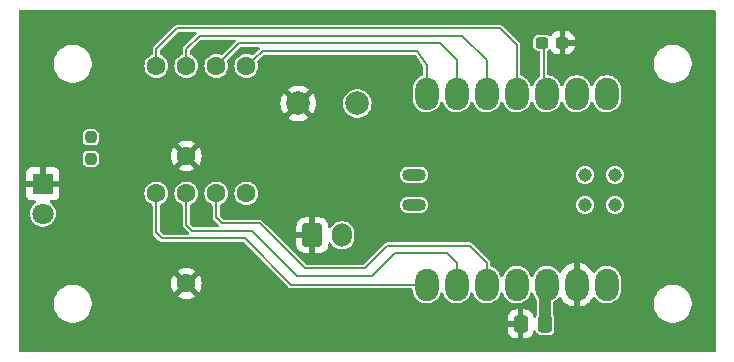
<source format=gbr>
%TF.GenerationSoftware,KiCad,Pcbnew,8.0.4-8.0.4-0~ubuntu22.04.1*%
%TF.CreationDate,2024-07-31T14:37:32+09:00*%
%TF.ProjectId,Q960,51393630-2e6b-4696-9361-645f70636258,1.00*%
%TF.SameCoordinates,Original*%
%TF.FileFunction,Copper,L1,Top*%
%TF.FilePolarity,Positive*%
%FSLAX46Y46*%
G04 Gerber Fmt 4.6, Leading zero omitted, Abs format (unit mm)*
G04 Created by KiCad (PCBNEW 8.0.4-8.0.4-0~ubuntu22.04.1) date 2024-07-31 14:37:32*
%MOMM*%
%LPD*%
G01*
G04 APERTURE LIST*
G04 Aperture macros list*
%AMRoundRect*
0 Rectangle with rounded corners*
0 $1 Rounding radius*
0 $2 $3 $4 $5 $6 $7 $8 $9 X,Y pos of 4 corners*
0 Add a 4 corners polygon primitive as box body*
4,1,4,$2,$3,$4,$5,$6,$7,$8,$9,$2,$3,0*
0 Add four circle primitives for the rounded corners*
1,1,$1+$1,$2,$3*
1,1,$1+$1,$4,$5*
1,1,$1+$1,$6,$7*
1,1,$1+$1,$8,$9*
0 Add four rect primitives between the rounded corners*
20,1,$1+$1,$2,$3,$4,$5,0*
20,1,$1+$1,$4,$5,$6,$7,0*
20,1,$1+$1,$6,$7,$8,$9,0*
20,1,$1+$1,$8,$9,$2,$3,0*%
G04 Aperture macros list end*
%TA.AperFunction,Conductor*%
%ADD10C,0.200000*%
%TD*%
%TA.AperFunction,ComponentPad*%
%ADD11C,1.600000*%
%TD*%
%TA.AperFunction,ComponentPad*%
%ADD12C,2.000000*%
%TD*%
%TA.AperFunction,SMDPad,CuDef*%
%ADD13RoundRect,0.237500X0.237500X-0.250000X0.237500X0.250000X-0.237500X0.250000X-0.237500X-0.250000X0*%
%TD*%
%TA.AperFunction,ComponentPad*%
%ADD14RoundRect,0.250000X-0.600000X-0.750000X0.600000X-0.750000X0.600000X0.750000X-0.600000X0.750000X0*%
%TD*%
%TA.AperFunction,ComponentPad*%
%ADD15O,1.700000X2.000000*%
%TD*%
%TA.AperFunction,SMDPad,CuDef*%
%ADD16O,1.998980X2.748280*%
%TD*%
%TA.AperFunction,SMDPad,CuDef*%
%ADD17O,2.032000X1.016000*%
%TD*%
%TA.AperFunction,SMDPad,CuDef*%
%ADD18C,1.143000*%
%TD*%
%TA.AperFunction,SMDPad,CuDef*%
%ADD19RoundRect,0.250000X0.337500X0.475000X-0.337500X0.475000X-0.337500X-0.475000X0.337500X-0.475000X0*%
%TD*%
%TA.AperFunction,ComponentPad*%
%ADD20R,1.800000X1.800000*%
%TD*%
%TA.AperFunction,ComponentPad*%
%ADD21C,1.800000*%
%TD*%
%TA.AperFunction,SMDPad,CuDef*%
%ADD22RoundRect,0.237500X-0.300000X-0.237500X0.300000X-0.237500X0.300000X0.237500X-0.300000X0.237500X0*%
%TD*%
%TA.AperFunction,ViaPad*%
%ADD23C,0.600000*%
%TD*%
%TA.AperFunction,Conductor*%
%ADD24C,1.000000*%
%TD*%
G04 APERTURE END LIST*
D10*
%TO.N,Net-(U101-PA10_A2_D2)*%
X172000000Y-96000000D02*
X172000000Y-98000000D01*
X172000000Y-94000000D02*
X172000000Y-96000000D01*
%TD*%
D11*
%TO.P,U103,1,1*%
%TO.N,Net-(U101-PB09_A7_D7_RX)*%
X139192000Y-106680000D03*
%TO.P,U103,2,2*%
%TO.N,Net-(U101-PA7_A8_D8_SCK)*%
X141732000Y-106680000D03*
%TO.P,U103,4,4*%
%TO.N,Net-(U101-PA5_A9_D9_MISO)*%
X144272000Y-106680000D03*
%TO.P,U103,8,8*%
%TO.N,Net-(U101-PA6_A10_D10_MOSI)*%
X146812000Y-106680000D03*
%TO.P,U103,C,C*%
%TO.N,GND*%
X141732000Y-114300000D03*
%TD*%
D12*
%TO.P,SW101,1,1*%
%TO.N,GND*%
X151210000Y-99060000D03*
%TO.P,SW101,2,2*%
%TO.N,Net-(U101-PA10_A2_D2)*%
X156210000Y-99060000D03*
%TD*%
D13*
%TO.P,R101,1*%
%TO.N,Net-(D101-A)*%
X133644000Y-103748000D03*
%TO.P,R101,2*%
%TO.N,Net-(U101-PA02_A0_D0)*%
X133644000Y-101923000D03*
%TD*%
D14*
%TO.P,J101,1,Pin_1*%
%TO.N,GND*%
X152409200Y-110215000D03*
D15*
%TO.P,J101,2,Pin_2*%
%TO.N,Net-(J101-Pin_2)*%
X154909200Y-110215000D03*
%TD*%
D16*
%TO.P,U101,1,PA02_A0_D0*%
%TO.N,Net-(U101-PA02_A0_D0)*%
X177332000Y-98240000D03*
%TO.P,U101,2,PA4_A1_D1*%
%TO.N,unconnected-(U101-PA4_A1_D1-Pad2)*%
X174792000Y-98240000D03*
%TO.P,U101,3,PA10_A2_D2*%
%TO.N,Net-(U101-PA10_A2_D2)*%
X172252000Y-98240000D03*
%TO.P,U101,4,PA11_A3_D3*%
%TO.N,Net-(U101-PA11_A3_D3)*%
X169712000Y-98240000D03*
%TO.P,U101,5,PA8_A4_D4_SDA*%
%TO.N,Net-(U101-PA8_A4_D4_SDA)*%
X167172000Y-98240000D03*
%TO.P,U101,6,PA9_A5_D5_SCL*%
%TO.N,Net-(U101-PA9_A5_D5_SCL)*%
X164632000Y-98240000D03*
%TO.P,U101,7,PB08_A6_D6_TX*%
%TO.N,Net-(U101-PB08_A6_D6_TX)*%
X162092000Y-98240000D03*
%TO.P,U101,8,PB09_A7_D7_RX*%
%TO.N,Net-(U101-PB09_A7_D7_RX)*%
X162092000Y-114404560D03*
%TO.P,U101,9,PA7_A8_D8_SCK*%
%TO.N,Net-(U101-PA7_A8_D8_SCK)*%
X164632000Y-114404560D03*
%TO.P,U101,10,PA5_A9_D9_MISO*%
%TO.N,Net-(U101-PA5_A9_D9_MISO)*%
X167172000Y-114404560D03*
%TO.P,U101,11,PA6_A10_D10_MOSI*%
%TO.N,Net-(U101-PA6_A10_D10_MOSI)*%
X169712000Y-114404560D03*
%TO.P,U101,12,3V3*%
%TO.N,Net-(J101-Pin_2)*%
X172252000Y-114404560D03*
%TO.P,U101,13,GND*%
%TO.N,GND*%
X174792000Y-114404560D03*
%TO.P,U101,14,5V*%
%TO.N,unconnected-(U101-5V-Pad14)*%
X177332000Y-114404560D03*
D17*
%TO.P,U101,15,5V*%
%TO.N,unconnected-(U101-5V-Pad15)*%
X161014180Y-105106880D03*
%TO.P,U101,16,GND*%
%TO.N,unconnected-(U101-GND-Pad16)*%
X161014180Y-107656880D03*
D18*
%TO.P,U101,17,PA31_SWDIO*%
%TO.N,unconnected-(U101-PA31_SWDIO-Pad17)*%
X178018367Y-105105683D03*
%TO.P,U101,18,PA30_SWCLK*%
%TO.N,unconnected-(U101-PA30_SWCLK-Pad18)*%
X178018367Y-107645683D03*
%TO.P,U101,19,RESET*%
%TO.N,unconnected-(U101-RESET-Pad19)*%
X175478367Y-105105683D03*
%TO.P,U101,20,GND*%
%TO.N,unconnected-(U101-GND-Pad20)*%
X175478367Y-107645683D03*
%TD*%
D19*
%TO.P,C102,1*%
%TO.N,Net-(J101-Pin_2)*%
X172106500Y-117729000D03*
%TO.P,C102,2*%
%TO.N,GND*%
X170031500Y-117729000D03*
%TD*%
D11*
%TO.P,U102,1,1*%
%TO.N,Net-(U101-PA11_A3_D3)*%
X139192000Y-95885000D03*
%TO.P,U102,2,2*%
%TO.N,Net-(U101-PA8_A4_D4_SDA)*%
X141732000Y-95885000D03*
%TO.P,U102,4,4*%
%TO.N,Net-(U101-PA9_A5_D5_SCL)*%
X144272000Y-95885000D03*
%TO.P,U102,8,8*%
%TO.N,Net-(U101-PB08_A6_D6_TX)*%
X146812000Y-95885000D03*
%TO.P,U102,C,C*%
%TO.N,GND*%
X141732000Y-103505000D03*
%TD*%
D20*
%TO.P,D101,1,K*%
%TO.N,GND*%
X129580000Y-105860000D03*
D21*
%TO.P,D101,2,A*%
%TO.N,Net-(D101-A)*%
X129580000Y-108400000D03*
%TD*%
D22*
%TO.P,C101,1*%
%TO.N,Net-(U101-PA10_A2_D2)*%
X171857500Y-93922000D03*
%TO.P,C101,2*%
%TO.N,GND*%
X173582500Y-93922000D03*
%TD*%
D23*
%TO.N,Net-(U101-PA10_A2_D2)*%
X172212000Y-98298000D03*
%TO.N,Net-(J101-Pin_2)*%
X172085000Y-117729000D03*
%TO.N,Net-(D101-A)*%
X133604000Y-103759000D03*
%TO.N,Net-(U101-PA02_A0_D0)*%
X177292000Y-98298000D03*
X133604000Y-101981000D03*
%TO.N,Net-(U101-PA6_A10_D10_MOSI)*%
X169722800Y-114300000D03*
%TD*%
D24*
%TO.N,Net-(J101-Pin_2)*%
X172085000Y-114571560D02*
X172252000Y-114404560D01*
X172085000Y-117729000D02*
X172085000Y-114571560D01*
D10*
%TO.N,Net-(U101-PA11_A3_D3)*%
X139192000Y-95885000D02*
X139192000Y-94488000D01*
X169712000Y-94147000D02*
X169712000Y-98240000D01*
X139192000Y-94488000D02*
X140970000Y-92710000D01*
X168275000Y-92710000D02*
X169712000Y-94147000D01*
X140970000Y-92710000D02*
X168275000Y-92710000D01*
%TO.N,Net-(U101-PB08_A6_D6_TX)*%
X162092000Y-98240000D02*
X162092000Y-95798000D01*
X148241600Y-94615000D02*
X146812000Y-95885000D01*
X161290000Y-94615000D02*
X148241600Y-94615000D01*
X162092000Y-95798000D02*
X161290000Y-94615000D01*
%TO.N,Net-(U101-PA8_A4_D4_SDA)*%
X165100000Y-93345000D02*
X167172000Y-95417000D01*
X141732000Y-95885000D02*
X141732000Y-94488000D01*
X142875000Y-93345000D02*
X165100000Y-93345000D01*
X141732000Y-94488000D02*
X142875000Y-93345000D01*
X167172000Y-95417000D02*
X167172000Y-98240000D01*
%TO.N,Net-(U101-PA9_A5_D5_SCL)*%
X164632000Y-98240000D02*
X164632000Y-95417000D01*
X163195000Y-93980000D02*
X146177000Y-93980000D01*
X146177000Y-93980000D02*
X144272000Y-95885000D01*
X164632000Y-95417000D02*
X163195000Y-93980000D01*
%TO.N,Net-(U101-PA7_A8_D8_SCK)*%
X157480000Y-113665000D02*
X151130000Y-113665000D01*
X164632000Y-114404560D02*
X164632000Y-112562000D01*
X147320000Y-109855000D02*
X142240000Y-109855000D01*
X159385000Y-111760000D02*
X157480000Y-113665000D01*
X151130000Y-113665000D02*
X147320000Y-109855000D01*
X164632000Y-112562000D02*
X163830000Y-111760000D01*
X163830000Y-111760000D02*
X159385000Y-111760000D01*
X141732000Y-109347000D02*
X141732000Y-106680000D01*
X142240000Y-109855000D02*
X141732000Y-109347000D01*
%TO.N,Net-(U101-PA5_A9_D9_MISO)*%
X144780000Y-109220000D02*
X144272000Y-108712000D01*
X167172000Y-114404560D02*
X167172000Y-112562000D01*
X165735000Y-111125000D02*
X158750000Y-111125000D01*
X158750000Y-111125000D02*
X156845000Y-113030000D01*
X167172000Y-112562000D02*
X165735000Y-111125000D01*
X156845000Y-113030000D02*
X151765000Y-113030000D01*
X147955000Y-109220000D02*
X144780000Y-109220000D01*
X151765000Y-113030000D02*
X147955000Y-109220000D01*
X144272000Y-108712000D02*
X144272000Y-106680000D01*
%TO.N,Net-(U101-PB09_A7_D7_RX)*%
X150599560Y-114404560D02*
X162092000Y-114404560D01*
X146685000Y-110490000D02*
X150599560Y-114404560D01*
X139192000Y-109982000D02*
X139700000Y-110490000D01*
X139700000Y-110490000D02*
X146685000Y-110490000D01*
X139192000Y-106680000D02*
X139192000Y-109982000D01*
%TD*%
%TA.AperFunction,Conductor*%
%TO.N,GND*%
G36*
X186482539Y-91140185D02*
G01*
X186528294Y-91192989D01*
X186539500Y-91244500D01*
X186539500Y-119995500D01*
X186519815Y-120062539D01*
X186467011Y-120108294D01*
X186415500Y-120119500D01*
X127664500Y-120119500D01*
X127597461Y-120099815D01*
X127551706Y-120047011D01*
X127540500Y-119995500D01*
X127540500Y-118253986D01*
X168944001Y-118253986D01*
X168954494Y-118356697D01*
X169009641Y-118523119D01*
X169009643Y-118523124D01*
X169101684Y-118672345D01*
X169225654Y-118796315D01*
X169374875Y-118888356D01*
X169374880Y-118888358D01*
X169541302Y-118943505D01*
X169541309Y-118943506D01*
X169644019Y-118953999D01*
X169781499Y-118953999D01*
X169781500Y-118953998D01*
X169781500Y-117979000D01*
X168944001Y-117979000D01*
X168944001Y-118253986D01*
X127540500Y-118253986D01*
X127540500Y-115894038D01*
X130519500Y-115894038D01*
X130519500Y-116145961D01*
X130558910Y-116394785D01*
X130636760Y-116634383D01*
X130751132Y-116858848D01*
X130899201Y-117062649D01*
X130899205Y-117062654D01*
X131077345Y-117240794D01*
X131077350Y-117240798D01*
X131255117Y-117369952D01*
X131281155Y-117388870D01*
X131424184Y-117461747D01*
X131505616Y-117503239D01*
X131505618Y-117503239D01*
X131505621Y-117503241D01*
X131745215Y-117581090D01*
X131994038Y-117620500D01*
X131994039Y-117620500D01*
X132245961Y-117620500D01*
X132245962Y-117620500D01*
X132494785Y-117581090D01*
X132734379Y-117503241D01*
X132958845Y-117388870D01*
X133162656Y-117240793D01*
X133199436Y-117204013D01*
X168944000Y-117204013D01*
X168944000Y-117479000D01*
X169781500Y-117479000D01*
X169781500Y-116504000D01*
X169644027Y-116504000D01*
X169644012Y-116504001D01*
X169541302Y-116514494D01*
X169374880Y-116569641D01*
X169374875Y-116569643D01*
X169225654Y-116661684D01*
X169101684Y-116785654D01*
X169009643Y-116934875D01*
X169009641Y-116934880D01*
X168954494Y-117101302D01*
X168954493Y-117101309D01*
X168944000Y-117204013D01*
X133199436Y-117204013D01*
X133340793Y-117062656D01*
X133488870Y-116858845D01*
X133603241Y-116634379D01*
X133681090Y-116394785D01*
X133720500Y-116145962D01*
X133720500Y-115894038D01*
X133681090Y-115645215D01*
X133603241Y-115405621D01*
X133603239Y-115405618D01*
X133603239Y-115405616D01*
X133561747Y-115324184D01*
X133488870Y-115181155D01*
X133400179Y-115059082D01*
X133340798Y-114977350D01*
X133340794Y-114977345D01*
X133162654Y-114799205D01*
X133162649Y-114799201D01*
X132958848Y-114651132D01*
X132958847Y-114651131D01*
X132958845Y-114651130D01*
X132888747Y-114615413D01*
X132734383Y-114536760D01*
X132494785Y-114458910D01*
X132466272Y-114454394D01*
X132245962Y-114419500D01*
X131994038Y-114419500D01*
X131869626Y-114439205D01*
X131745214Y-114458910D01*
X131505616Y-114536760D01*
X131281151Y-114651132D01*
X131077350Y-114799201D01*
X131077345Y-114799205D01*
X130899205Y-114977345D01*
X130899201Y-114977350D01*
X130751132Y-115181151D01*
X130636760Y-115405616D01*
X130558910Y-115645214D01*
X130519500Y-115894038D01*
X127540500Y-115894038D01*
X127540500Y-114299997D01*
X140427034Y-114299997D01*
X140427034Y-114300002D01*
X140446858Y-114526599D01*
X140446860Y-114526610D01*
X140505730Y-114746317D01*
X140505735Y-114746331D01*
X140601863Y-114952478D01*
X140652974Y-115025472D01*
X141332000Y-114346446D01*
X141332000Y-114352661D01*
X141359259Y-114454394D01*
X141411920Y-114545606D01*
X141486394Y-114620080D01*
X141577606Y-114672741D01*
X141679339Y-114700000D01*
X141685553Y-114700000D01*
X141006526Y-115379025D01*
X141079513Y-115430132D01*
X141079521Y-115430136D01*
X141285668Y-115526264D01*
X141285682Y-115526269D01*
X141505389Y-115585139D01*
X141505400Y-115585141D01*
X141731998Y-115604966D01*
X141732002Y-115604966D01*
X141958599Y-115585141D01*
X141958610Y-115585139D01*
X142178317Y-115526269D01*
X142178331Y-115526264D01*
X142384478Y-115430136D01*
X142457471Y-115379024D01*
X141778447Y-114700000D01*
X141784661Y-114700000D01*
X141886394Y-114672741D01*
X141977606Y-114620080D01*
X142052080Y-114545606D01*
X142104741Y-114454394D01*
X142132000Y-114352661D01*
X142132000Y-114346447D01*
X142811024Y-115025471D01*
X142862136Y-114952478D01*
X142958264Y-114746331D01*
X142958269Y-114746317D01*
X143017139Y-114526610D01*
X143017141Y-114526599D01*
X143036966Y-114300002D01*
X143036966Y-114299997D01*
X143017141Y-114073400D01*
X143017139Y-114073389D01*
X142958269Y-113853682D01*
X142958264Y-113853668D01*
X142862136Y-113647521D01*
X142862132Y-113647513D01*
X142811025Y-113574526D01*
X142132000Y-114253551D01*
X142132000Y-114247339D01*
X142104741Y-114145606D01*
X142052080Y-114054394D01*
X141977606Y-113979920D01*
X141886394Y-113927259D01*
X141784661Y-113900000D01*
X141778448Y-113900000D01*
X142457472Y-113220974D01*
X142384478Y-113169863D01*
X142178331Y-113073735D01*
X142178317Y-113073730D01*
X141958610Y-113014860D01*
X141958599Y-113014858D01*
X141732002Y-112995034D01*
X141731998Y-112995034D01*
X141505400Y-113014858D01*
X141505389Y-113014860D01*
X141285682Y-113073730D01*
X141285673Y-113073734D01*
X141079516Y-113169866D01*
X141079512Y-113169868D01*
X141006526Y-113220973D01*
X141006526Y-113220974D01*
X141685553Y-113900000D01*
X141679339Y-113900000D01*
X141577606Y-113927259D01*
X141486394Y-113979920D01*
X141411920Y-114054394D01*
X141359259Y-114145606D01*
X141332000Y-114247339D01*
X141332000Y-114253552D01*
X140652974Y-113574526D01*
X140652973Y-113574526D01*
X140601868Y-113647512D01*
X140601866Y-113647516D01*
X140505734Y-113853673D01*
X140505730Y-113853682D01*
X140446860Y-114073389D01*
X140446858Y-114073400D01*
X140427034Y-114299997D01*
X127540500Y-114299997D01*
X127540500Y-104912155D01*
X128180000Y-104912155D01*
X128180000Y-105610000D01*
X129204722Y-105610000D01*
X129160667Y-105686306D01*
X129130000Y-105800756D01*
X129130000Y-105919244D01*
X129160667Y-106033694D01*
X129204722Y-106110000D01*
X128180000Y-106110000D01*
X128180000Y-106807844D01*
X128186401Y-106867372D01*
X128186403Y-106867379D01*
X128236645Y-107002086D01*
X128236649Y-107002093D01*
X128322809Y-107117187D01*
X128322812Y-107117190D01*
X128437906Y-107203350D01*
X128437913Y-107203354D01*
X128572620Y-107253596D01*
X128572627Y-107253598D01*
X128632155Y-107259999D01*
X128632172Y-107260000D01*
X128894859Y-107260000D01*
X128961898Y-107279685D01*
X129007653Y-107332489D01*
X129017597Y-107401647D01*
X128988572Y-107465203D01*
X128960136Y-107489427D01*
X128913960Y-107518017D01*
X128913958Y-107518019D01*
X128763237Y-107655418D01*
X128640327Y-107818178D01*
X128549422Y-108000739D01*
X128549417Y-108000752D01*
X128493602Y-108196917D01*
X128474785Y-108399999D01*
X128474785Y-108400000D01*
X128493602Y-108603082D01*
X128549417Y-108799247D01*
X128549422Y-108799260D01*
X128640327Y-108981821D01*
X128763237Y-109144581D01*
X128913958Y-109281980D01*
X128913960Y-109281982D01*
X128962929Y-109312302D01*
X129087363Y-109389348D01*
X129277544Y-109463024D01*
X129478024Y-109500500D01*
X129478026Y-109500500D01*
X129681974Y-109500500D01*
X129681976Y-109500500D01*
X129882456Y-109463024D01*
X130072637Y-109389348D01*
X130246041Y-109281981D01*
X130395337Y-109145880D01*
X130396762Y-109144581D01*
X130404709Y-109134058D01*
X130519673Y-108981821D01*
X130610582Y-108799250D01*
X130666397Y-108603083D01*
X130685215Y-108400000D01*
X130666397Y-108196917D01*
X130610582Y-108000750D01*
X130519673Y-107818179D01*
X130396764Y-107655421D01*
X130396762Y-107655418D01*
X130246041Y-107518019D01*
X130246039Y-107518017D01*
X130199864Y-107489427D01*
X130153228Y-107437399D01*
X130142124Y-107368417D01*
X130170077Y-107304383D01*
X130228212Y-107265627D01*
X130265141Y-107260000D01*
X130527828Y-107260000D01*
X130527844Y-107259999D01*
X130587372Y-107253598D01*
X130587379Y-107253596D01*
X130722086Y-107203354D01*
X130722093Y-107203350D01*
X130837187Y-107117190D01*
X130837190Y-107117187D01*
X130923350Y-107002093D01*
X130923354Y-107002086D01*
X130973596Y-106867379D01*
X130973598Y-106867372D01*
X130979999Y-106807844D01*
X130980000Y-106807827D01*
X130980000Y-106680000D01*
X138186659Y-106680000D01*
X138205975Y-106876129D01*
X138209660Y-106888276D01*
X138255166Y-107038290D01*
X138263188Y-107064733D01*
X138356086Y-107238532D01*
X138356090Y-107238539D01*
X138481116Y-107390883D01*
X138633460Y-107515909D01*
X138633467Y-107515913D01*
X138807273Y-107608814D01*
X138812897Y-107611144D01*
X138812020Y-107613260D01*
X138861917Y-107645945D01*
X138890387Y-107709751D01*
X138891500Y-107726328D01*
X138891500Y-110021562D01*
X138896211Y-110039142D01*
X138911979Y-110097990D01*
X138936857Y-110141078D01*
X138936858Y-110141082D01*
X138936859Y-110141082D01*
X138951540Y-110166511D01*
X139459540Y-110674511D01*
X139515489Y-110730460D01*
X139515491Y-110730461D01*
X139515495Y-110730464D01*
X139584004Y-110770017D01*
X139584011Y-110770021D01*
X139660438Y-110790500D01*
X146509167Y-110790500D01*
X146576206Y-110810185D01*
X146596848Y-110826819D01*
X150359100Y-114589071D01*
X150415049Y-114645020D01*
X150415051Y-114645021D01*
X150415055Y-114645024D01*
X150463063Y-114672741D01*
X150483571Y-114684581D01*
X150559998Y-114705060D01*
X150639122Y-114705060D01*
X160768010Y-114705060D01*
X160835049Y-114724745D01*
X160880804Y-114777549D01*
X160892010Y-114829060D01*
X160892010Y-114873656D01*
X160921556Y-115060208D01*
X160979926Y-115239850D01*
X161050840Y-115379025D01*
X161065676Y-115408142D01*
X161176699Y-115560951D01*
X161310259Y-115694511D01*
X161463068Y-115805534D01*
X161542580Y-115846047D01*
X161631359Y-115891283D01*
X161631361Y-115891283D01*
X161631364Y-115891285D01*
X161727654Y-115922571D01*
X161811001Y-115949653D01*
X161997554Y-115979200D01*
X161997559Y-115979200D01*
X162186446Y-115979200D01*
X162372998Y-115949653D01*
X162433037Y-115930145D01*
X162552636Y-115891285D01*
X162720932Y-115805534D01*
X162873741Y-115694511D01*
X163007301Y-115560951D01*
X163118324Y-115408142D01*
X163204075Y-115239846D01*
X163244069Y-115116756D01*
X163283507Y-115059082D01*
X163347866Y-115031884D01*
X163416712Y-115043799D01*
X163468188Y-115091043D01*
X163479931Y-115116757D01*
X163519926Y-115239850D01*
X163590840Y-115379025D01*
X163605676Y-115408142D01*
X163716699Y-115560951D01*
X163850259Y-115694511D01*
X164003068Y-115805534D01*
X164082580Y-115846047D01*
X164171359Y-115891283D01*
X164171361Y-115891283D01*
X164171364Y-115891285D01*
X164267654Y-115922571D01*
X164351001Y-115949653D01*
X164537554Y-115979200D01*
X164537559Y-115979200D01*
X164726446Y-115979200D01*
X164912998Y-115949653D01*
X164973037Y-115930145D01*
X165092636Y-115891285D01*
X165260932Y-115805534D01*
X165413741Y-115694511D01*
X165547301Y-115560951D01*
X165658324Y-115408142D01*
X165744075Y-115239846D01*
X165784069Y-115116756D01*
X165823507Y-115059082D01*
X165887866Y-115031884D01*
X165956712Y-115043799D01*
X166008188Y-115091043D01*
X166019931Y-115116757D01*
X166059926Y-115239850D01*
X166130840Y-115379025D01*
X166145676Y-115408142D01*
X166256699Y-115560951D01*
X166390259Y-115694511D01*
X166543068Y-115805534D01*
X166622580Y-115846047D01*
X166711359Y-115891283D01*
X166711361Y-115891283D01*
X166711364Y-115891285D01*
X166807654Y-115922571D01*
X166891001Y-115949653D01*
X167077554Y-115979200D01*
X167077559Y-115979200D01*
X167266446Y-115979200D01*
X167452998Y-115949653D01*
X167513037Y-115930145D01*
X167632636Y-115891285D01*
X167800932Y-115805534D01*
X167953741Y-115694511D01*
X168087301Y-115560951D01*
X168198324Y-115408142D01*
X168284075Y-115239846D01*
X168324069Y-115116756D01*
X168363507Y-115059082D01*
X168427866Y-115031884D01*
X168496712Y-115043799D01*
X168548188Y-115091043D01*
X168559931Y-115116757D01*
X168599926Y-115239850D01*
X168670840Y-115379025D01*
X168685676Y-115408142D01*
X168796699Y-115560951D01*
X168930259Y-115694511D01*
X169083068Y-115805534D01*
X169162580Y-115846047D01*
X169251359Y-115891283D01*
X169251361Y-115891283D01*
X169251364Y-115891285D01*
X169347654Y-115922571D01*
X169431001Y-115949653D01*
X169617554Y-115979200D01*
X169617559Y-115979200D01*
X169806446Y-115979200D01*
X169992998Y-115949653D01*
X170053037Y-115930145D01*
X170172636Y-115891285D01*
X170340932Y-115805534D01*
X170493741Y-115694511D01*
X170627301Y-115560951D01*
X170738324Y-115408142D01*
X170824075Y-115239846D01*
X170864069Y-115116756D01*
X170903507Y-115059082D01*
X170967866Y-115031884D01*
X171036712Y-115043799D01*
X171088188Y-115091043D01*
X171099931Y-115116757D01*
X171139926Y-115239850D01*
X171225676Y-115408142D01*
X171336700Y-115560952D01*
X171348181Y-115572433D01*
X171381666Y-115633756D01*
X171384500Y-115660114D01*
X171384500Y-116975752D01*
X171370132Y-117033691D01*
X171366205Y-117041120D01*
X171343841Y-117105032D01*
X171303119Y-117161808D01*
X171238165Y-117187554D01*
X171169604Y-117174097D01*
X171119202Y-117125709D01*
X171109094Y-117103080D01*
X171053358Y-116934880D01*
X171053356Y-116934875D01*
X170961315Y-116785654D01*
X170837345Y-116661684D01*
X170688124Y-116569643D01*
X170688119Y-116569641D01*
X170521697Y-116514494D01*
X170521690Y-116514493D01*
X170418986Y-116504000D01*
X170281500Y-116504000D01*
X170281500Y-118953999D01*
X170418972Y-118953999D01*
X170418986Y-118953998D01*
X170521697Y-118943505D01*
X170688119Y-118888358D01*
X170688124Y-118888356D01*
X170837345Y-118796315D01*
X170961315Y-118672345D01*
X171053356Y-118523124D01*
X171053359Y-118523117D01*
X171109094Y-118354918D01*
X171148866Y-118297473D01*
X171213382Y-118270649D01*
X171282158Y-118282964D01*
X171333358Y-118330506D01*
X171343841Y-118352965D01*
X171345147Y-118356697D01*
X171366207Y-118416882D01*
X171446850Y-118526150D01*
X171556118Y-118606793D01*
X171598845Y-118621744D01*
X171684299Y-118651646D01*
X171714730Y-118654500D01*
X171714734Y-118654500D01*
X172498270Y-118654500D01*
X172528699Y-118651646D01*
X172528701Y-118651646D01*
X172592790Y-118629219D01*
X172656882Y-118606793D01*
X172766150Y-118526150D01*
X172846793Y-118416882D01*
X172888576Y-118297473D01*
X172891646Y-118288701D01*
X172891646Y-118288699D01*
X172894500Y-118258269D01*
X172894500Y-117199730D01*
X172891646Y-117169303D01*
X172891646Y-117169301D01*
X172846793Y-117041118D01*
X172828500Y-117016331D01*
X172809729Y-116990896D01*
X172785759Y-116925267D01*
X172785500Y-116917264D01*
X172785500Y-115930145D01*
X172805185Y-115863106D01*
X172853206Y-115819660D01*
X172880932Y-115805534D01*
X173033741Y-115694511D01*
X173167301Y-115560951D01*
X173248270Y-115449507D01*
X173303598Y-115406844D01*
X173373211Y-115400865D01*
X173435006Y-115433471D01*
X173459071Y-115466100D01*
X173509521Y-115565114D01*
X173648255Y-115756063D01*
X173648255Y-115756064D01*
X173815145Y-115922954D01*
X174006095Y-116061688D01*
X174216391Y-116168840D01*
X174440864Y-116241776D01*
X174440870Y-116241778D01*
X174542000Y-116257795D01*
X174542000Y-116257794D01*
X175042000Y-116257794D01*
X175143129Y-116241778D01*
X175143135Y-116241776D01*
X175367608Y-116168840D01*
X175577904Y-116061688D01*
X175768853Y-115922954D01*
X175768854Y-115922954D01*
X175935744Y-115756064D01*
X175935744Y-115756063D01*
X176074480Y-115565112D01*
X176124928Y-115466101D01*
X176172902Y-115415305D01*
X176240723Y-115398509D01*
X176306858Y-115421046D01*
X176335731Y-115449509D01*
X176416699Y-115560951D01*
X176550259Y-115694511D01*
X176703068Y-115805534D01*
X176782580Y-115846047D01*
X176871359Y-115891283D01*
X176871361Y-115891283D01*
X176871364Y-115891285D01*
X176967654Y-115922571D01*
X177051001Y-115949653D01*
X177237554Y-115979200D01*
X177237559Y-115979200D01*
X177426446Y-115979200D01*
X177612998Y-115949653D01*
X177673037Y-115930145D01*
X177784163Y-115894038D01*
X181319500Y-115894038D01*
X181319500Y-116145961D01*
X181358910Y-116394785D01*
X181436760Y-116634383D01*
X181551132Y-116858848D01*
X181699201Y-117062649D01*
X181699205Y-117062654D01*
X181877345Y-117240794D01*
X181877350Y-117240798D01*
X182055117Y-117369952D01*
X182081155Y-117388870D01*
X182224184Y-117461747D01*
X182305616Y-117503239D01*
X182305618Y-117503239D01*
X182305621Y-117503241D01*
X182545215Y-117581090D01*
X182794038Y-117620500D01*
X182794039Y-117620500D01*
X183045961Y-117620500D01*
X183045962Y-117620500D01*
X183294785Y-117581090D01*
X183534379Y-117503241D01*
X183758845Y-117388870D01*
X183962656Y-117240793D01*
X184140793Y-117062656D01*
X184288870Y-116858845D01*
X184403241Y-116634379D01*
X184481090Y-116394785D01*
X184520500Y-116145962D01*
X184520500Y-115894038D01*
X184481090Y-115645215D01*
X184403241Y-115405621D01*
X184403239Y-115405618D01*
X184403239Y-115405616D01*
X184361747Y-115324184D01*
X184288870Y-115181155D01*
X184200179Y-115059082D01*
X184140798Y-114977350D01*
X184140794Y-114977345D01*
X183962654Y-114799205D01*
X183962649Y-114799201D01*
X183758848Y-114651132D01*
X183758847Y-114651131D01*
X183758845Y-114651130D01*
X183688747Y-114615413D01*
X183534383Y-114536760D01*
X183294785Y-114458910D01*
X183266272Y-114454394D01*
X183045962Y-114419500D01*
X182794038Y-114419500D01*
X182669626Y-114439205D01*
X182545214Y-114458910D01*
X182305616Y-114536760D01*
X182081151Y-114651132D01*
X181877350Y-114799201D01*
X181877345Y-114799205D01*
X181699205Y-114977345D01*
X181699201Y-114977350D01*
X181551132Y-115181151D01*
X181436760Y-115405616D01*
X181358910Y-115645214D01*
X181319500Y-115894038D01*
X177784163Y-115894038D01*
X177792636Y-115891285D01*
X177960932Y-115805534D01*
X178113741Y-115694511D01*
X178247301Y-115560951D01*
X178358324Y-115408142D01*
X178444075Y-115239846D01*
X178502443Y-115060208D01*
X178515567Y-114977344D01*
X178531990Y-114873656D01*
X178531990Y-113935463D01*
X178502443Y-113748911D01*
X178444073Y-113569269D01*
X178398837Y-113480490D01*
X178358324Y-113400978D01*
X178247301Y-113248169D01*
X178113741Y-113114609D01*
X177960932Y-113003586D01*
X177944148Y-112995034D01*
X177792640Y-112917836D01*
X177612998Y-112859466D01*
X177426446Y-112829920D01*
X177426441Y-112829920D01*
X177237559Y-112829920D01*
X177237554Y-112829920D01*
X177051001Y-112859466D01*
X176871359Y-112917836D01*
X176703067Y-113003586D01*
X176550257Y-113114610D01*
X176416698Y-113248169D01*
X176335730Y-113359611D01*
X176280400Y-113402276D01*
X176210786Y-113408254D01*
X176148992Y-113375647D01*
X176124928Y-113343018D01*
X176074480Y-113244007D01*
X175935744Y-113053056D01*
X175935744Y-113053055D01*
X175768854Y-112886165D01*
X175577904Y-112747431D01*
X175367606Y-112640279D01*
X175143127Y-112567341D01*
X175042000Y-112551323D01*
X175042000Y-116257794D01*
X174542000Y-116257794D01*
X174542000Y-112551323D01*
X174440872Y-112567341D01*
X174216393Y-112640279D01*
X174006095Y-112747431D01*
X173815146Y-112886165D01*
X173815145Y-112886165D01*
X173648255Y-113053055D01*
X173648255Y-113053056D01*
X173509521Y-113244005D01*
X173459071Y-113343019D01*
X173411096Y-113393815D01*
X173343275Y-113410610D01*
X173277140Y-113388072D01*
X173248268Y-113359610D01*
X173227118Y-113330500D01*
X173167301Y-113248169D01*
X173033741Y-113114609D01*
X172880932Y-113003586D01*
X172864148Y-112995034D01*
X172712640Y-112917836D01*
X172532998Y-112859466D01*
X172346446Y-112829920D01*
X172346441Y-112829920D01*
X172157559Y-112829920D01*
X172157554Y-112829920D01*
X171971001Y-112859466D01*
X171791359Y-112917836D01*
X171623067Y-113003586D01*
X171470257Y-113114610D01*
X171336700Y-113248167D01*
X171225676Y-113400977D01*
X171139926Y-113569269D01*
X171099931Y-113692362D01*
X171060493Y-113750037D01*
X170996134Y-113777235D01*
X170927288Y-113765320D01*
X170875812Y-113718076D01*
X170864069Y-113692362D01*
X170824073Y-113569269D01*
X170778837Y-113480490D01*
X170738324Y-113400978D01*
X170627301Y-113248169D01*
X170493741Y-113114609D01*
X170340932Y-113003586D01*
X170324148Y-112995034D01*
X170172640Y-112917836D01*
X169992998Y-112859466D01*
X169806446Y-112829920D01*
X169806441Y-112829920D01*
X169617559Y-112829920D01*
X169617554Y-112829920D01*
X169431001Y-112859466D01*
X169251359Y-112917836D01*
X169083067Y-113003586D01*
X168930257Y-113114610D01*
X168796700Y-113248167D01*
X168685676Y-113400977D01*
X168599926Y-113569269D01*
X168559931Y-113692362D01*
X168520493Y-113750037D01*
X168456134Y-113777235D01*
X168387288Y-113765320D01*
X168335812Y-113718076D01*
X168324069Y-113692362D01*
X168284073Y-113569269D01*
X168238837Y-113480490D01*
X168198324Y-113400978D01*
X168087301Y-113248169D01*
X167953741Y-113114609D01*
X167800932Y-113003586D01*
X167784148Y-112995034D01*
X167632640Y-112917836D01*
X167588216Y-112903402D01*
X167558180Y-112893642D01*
X167500506Y-112854205D01*
X167473308Y-112789846D01*
X167472500Y-112775712D01*
X167472500Y-112522439D01*
X167452020Y-112446009D01*
X167452017Y-112446004D01*
X167412464Y-112377495D01*
X167412458Y-112377487D01*
X165919510Y-110884539D01*
X165900508Y-110873569D01*
X165881506Y-110862598D01*
X165881505Y-110862597D01*
X165850994Y-110844981D01*
X165850993Y-110844980D01*
X165841960Y-110842559D01*
X165774562Y-110824500D01*
X158710438Y-110824500D01*
X158663663Y-110837033D01*
X158634006Y-110844980D01*
X158634005Y-110844981D01*
X158603495Y-110862597D01*
X158603494Y-110862598D01*
X158592202Y-110869117D01*
X158565489Y-110884539D01*
X158565487Y-110884541D01*
X156756848Y-112693181D01*
X156695525Y-112726666D01*
X156669167Y-112729500D01*
X151940833Y-112729500D01*
X151873794Y-112709815D01*
X151853152Y-112693181D01*
X148574984Y-109415013D01*
X151059200Y-109415013D01*
X151059200Y-109965000D01*
X151976188Y-109965000D01*
X151943275Y-110022007D01*
X151909200Y-110149174D01*
X151909200Y-110280826D01*
X151943275Y-110407993D01*
X151976188Y-110465000D01*
X151059201Y-110465000D01*
X151059201Y-111014986D01*
X151069694Y-111117697D01*
X151124841Y-111284119D01*
X151124843Y-111284124D01*
X151216884Y-111433345D01*
X151340854Y-111557315D01*
X151490075Y-111649356D01*
X151490080Y-111649358D01*
X151656502Y-111704505D01*
X151656509Y-111704506D01*
X151759219Y-111714999D01*
X152159199Y-111714999D01*
X152159200Y-111714998D01*
X152159200Y-110648012D01*
X152216207Y-110680925D01*
X152343374Y-110715000D01*
X152475026Y-110715000D01*
X152602193Y-110680925D01*
X152659200Y-110648012D01*
X152659200Y-111714999D01*
X153059172Y-111714999D01*
X153059186Y-111714998D01*
X153161897Y-111704505D01*
X153328319Y-111649358D01*
X153328324Y-111649356D01*
X153477545Y-111557315D01*
X153601515Y-111433345D01*
X153693556Y-111284124D01*
X153693558Y-111284119D01*
X153748705Y-111117697D01*
X153748706Y-111117690D01*
X153759199Y-111014986D01*
X153759199Y-110943528D01*
X153778883Y-110876488D01*
X153831686Y-110830732D01*
X153900844Y-110820788D01*
X153964400Y-110849812D01*
X153986301Y-110874635D01*
X154093222Y-111034655D01*
X154239542Y-111180975D01*
X154239545Y-111180977D01*
X154411602Y-111295941D01*
X154602780Y-111375130D01*
X154805730Y-111415499D01*
X154805734Y-111415500D01*
X154805735Y-111415500D01*
X155012666Y-111415500D01*
X155012667Y-111415499D01*
X155215620Y-111375130D01*
X155406798Y-111295941D01*
X155578855Y-111180977D01*
X155725177Y-111034655D01*
X155840141Y-110862598D01*
X155919330Y-110671420D01*
X155959700Y-110468465D01*
X155959700Y-109961535D01*
X155919330Y-109758580D01*
X155840141Y-109567402D01*
X155725177Y-109395345D01*
X155725175Y-109395342D01*
X155578857Y-109249024D01*
X155462334Y-109171167D01*
X155406798Y-109134059D01*
X155215620Y-109054870D01*
X155215612Y-109054868D01*
X155012669Y-109014500D01*
X155012665Y-109014500D01*
X154805735Y-109014500D01*
X154805730Y-109014500D01*
X154602787Y-109054868D01*
X154602779Y-109054870D01*
X154411603Y-109134058D01*
X154239542Y-109249024D01*
X154093224Y-109395342D01*
X153986302Y-109555365D01*
X153932689Y-109600171D01*
X153863365Y-109608878D01*
X153800337Y-109578724D01*
X153763617Y-109519281D01*
X153759199Y-109486475D01*
X153759199Y-109415028D01*
X153759198Y-109415012D01*
X153748705Y-109312302D01*
X153693558Y-109145880D01*
X153693556Y-109145875D01*
X153601515Y-108996654D01*
X153477545Y-108872684D01*
X153328324Y-108780643D01*
X153328319Y-108780641D01*
X153161897Y-108725494D01*
X153161890Y-108725493D01*
X153059186Y-108715000D01*
X152659200Y-108715000D01*
X152659200Y-109781988D01*
X152602193Y-109749075D01*
X152475026Y-109715000D01*
X152343374Y-109715000D01*
X152216207Y-109749075D01*
X152159200Y-109781988D01*
X152159200Y-108715000D01*
X151759228Y-108715000D01*
X151759212Y-108715001D01*
X151656502Y-108725494D01*
X151490080Y-108780641D01*
X151490075Y-108780643D01*
X151340854Y-108872684D01*
X151216884Y-108996654D01*
X151124843Y-109145875D01*
X151124841Y-109145880D01*
X151069694Y-109312302D01*
X151069693Y-109312309D01*
X151059200Y-109415013D01*
X148574984Y-109415013D01*
X148139512Y-108979541D01*
X148139504Y-108979535D01*
X148070995Y-108939982D01*
X148070990Y-108939979D01*
X148045513Y-108933152D01*
X147994562Y-108919500D01*
X147994560Y-108919500D01*
X144955833Y-108919500D01*
X144888794Y-108899815D01*
X144868152Y-108883181D01*
X144608819Y-108623848D01*
X144575334Y-108562525D01*
X144572500Y-108536167D01*
X144572500Y-107726328D01*
X144592185Y-107659289D01*
X144644989Y-107613534D01*
X144651131Y-107611212D01*
X144651103Y-107611144D01*
X144656723Y-107608815D01*
X144656727Y-107608814D01*
X144830538Y-107515910D01*
X144982883Y-107390883D01*
X145107910Y-107238538D01*
X145200814Y-107064727D01*
X145258024Y-106876132D01*
X145277341Y-106680000D01*
X145806659Y-106680000D01*
X145825975Y-106876129D01*
X145829660Y-106888276D01*
X145875166Y-107038290D01*
X145883188Y-107064733D01*
X145976086Y-107238532D01*
X145976090Y-107238539D01*
X146101116Y-107390883D01*
X146253460Y-107515909D01*
X146253467Y-107515913D01*
X146427266Y-107608811D01*
X146427269Y-107608811D01*
X146427273Y-107608814D01*
X146615868Y-107666024D01*
X146812000Y-107685341D01*
X147008132Y-107666024D01*
X147196727Y-107608814D01*
X147237362Y-107587094D01*
X159797680Y-107587094D01*
X159797680Y-107726665D01*
X159824905Y-107863534D01*
X159824907Y-107863542D01*
X159878314Y-107992477D01*
X159878319Y-107992487D01*
X159955851Y-108108521D01*
X159955854Y-108108525D01*
X160054534Y-108207205D01*
X160054538Y-108207208D01*
X160170572Y-108284740D01*
X160170576Y-108284742D01*
X160170579Y-108284744D01*
X160299518Y-108338153D01*
X160436394Y-108365379D01*
X160436398Y-108365380D01*
X160436399Y-108365380D01*
X161591962Y-108365380D01*
X161591963Y-108365379D01*
X161728842Y-108338153D01*
X161857781Y-108284744D01*
X161973822Y-108207208D01*
X162072508Y-108108522D01*
X162150044Y-107992481D01*
X162203453Y-107863542D01*
X162230680Y-107726661D01*
X162230680Y-107645679D01*
X174701482Y-107645679D01*
X174701482Y-107645686D01*
X174720958Y-107818547D01*
X174720959Y-107818553D01*
X174778417Y-107982760D01*
X174778418Y-107982761D01*
X174870974Y-108130063D01*
X174993987Y-108253076D01*
X175141289Y-108345632D01*
X175305494Y-108403090D01*
X175305500Y-108403090D01*
X175305502Y-108403091D01*
X175478363Y-108422568D01*
X175478367Y-108422568D01*
X175478371Y-108422568D01*
X175651231Y-108403091D01*
X175651230Y-108403091D01*
X175651240Y-108403090D01*
X175815445Y-108345632D01*
X175962747Y-108253076D01*
X176085760Y-108130063D01*
X176178316Y-107982761D01*
X176235774Y-107818556D01*
X176246166Y-107726328D01*
X176255252Y-107645686D01*
X176255252Y-107645679D01*
X177241482Y-107645679D01*
X177241482Y-107645686D01*
X177260958Y-107818547D01*
X177260959Y-107818553D01*
X177318417Y-107982760D01*
X177318418Y-107982761D01*
X177410974Y-108130063D01*
X177533987Y-108253076D01*
X177681289Y-108345632D01*
X177845494Y-108403090D01*
X177845500Y-108403090D01*
X177845502Y-108403091D01*
X178018363Y-108422568D01*
X178018367Y-108422568D01*
X178018371Y-108422568D01*
X178191231Y-108403091D01*
X178191230Y-108403091D01*
X178191240Y-108403090D01*
X178355445Y-108345632D01*
X178502747Y-108253076D01*
X178625760Y-108130063D01*
X178718316Y-107982761D01*
X178775774Y-107818556D01*
X178786166Y-107726328D01*
X178795252Y-107645686D01*
X178795252Y-107645679D01*
X178775775Y-107472818D01*
X178775774Y-107472812D01*
X178775774Y-107472810D01*
X178718316Y-107308605D01*
X178625760Y-107161303D01*
X178502747Y-107038290D01*
X178402988Y-106975607D01*
X178355444Y-106945733D01*
X178191237Y-106888275D01*
X178191231Y-106888274D01*
X178018371Y-106868798D01*
X178018363Y-106868798D01*
X177845502Y-106888274D01*
X177845496Y-106888275D01*
X177681289Y-106945733D01*
X177533986Y-107038290D01*
X177410974Y-107161302D01*
X177318417Y-107308605D01*
X177260959Y-107472812D01*
X177260958Y-107472818D01*
X177241482Y-107645679D01*
X176255252Y-107645679D01*
X176235775Y-107472818D01*
X176235774Y-107472812D01*
X176235774Y-107472810D01*
X176178316Y-107308605D01*
X176085760Y-107161303D01*
X175962747Y-107038290D01*
X175862988Y-106975607D01*
X175815444Y-106945733D01*
X175651237Y-106888275D01*
X175651231Y-106888274D01*
X175478371Y-106868798D01*
X175478363Y-106868798D01*
X175305502Y-106888274D01*
X175305496Y-106888275D01*
X175141289Y-106945733D01*
X174993986Y-107038290D01*
X174870974Y-107161302D01*
X174778417Y-107308605D01*
X174720959Y-107472812D01*
X174720958Y-107472818D01*
X174701482Y-107645679D01*
X162230680Y-107645679D01*
X162230680Y-107587099D01*
X162203453Y-107450218D01*
X162150044Y-107321279D01*
X162150042Y-107321276D01*
X162150040Y-107321272D01*
X162072508Y-107205238D01*
X162072505Y-107205234D01*
X161973825Y-107106554D01*
X161973821Y-107106551D01*
X161857787Y-107029019D01*
X161857777Y-107029014D01*
X161728842Y-106975607D01*
X161728834Y-106975605D01*
X161591965Y-106948380D01*
X161591961Y-106948380D01*
X160436399Y-106948380D01*
X160436394Y-106948380D01*
X160299525Y-106975605D01*
X160299517Y-106975607D01*
X160170582Y-107029014D01*
X160170572Y-107029019D01*
X160054538Y-107106551D01*
X160054534Y-107106554D01*
X159955854Y-107205234D01*
X159955851Y-107205238D01*
X159878319Y-107321272D01*
X159878314Y-107321282D01*
X159824907Y-107450217D01*
X159824905Y-107450225D01*
X159797680Y-107587094D01*
X147237362Y-107587094D01*
X147370538Y-107515910D01*
X147522883Y-107390883D01*
X147647910Y-107238538D01*
X147740814Y-107064727D01*
X147798024Y-106876132D01*
X147817341Y-106680000D01*
X147798024Y-106483868D01*
X147740814Y-106295273D01*
X147740811Y-106295269D01*
X147740811Y-106295266D01*
X147647913Y-106121467D01*
X147647909Y-106121460D01*
X147522883Y-105969116D01*
X147370539Y-105844090D01*
X147370532Y-105844086D01*
X147196733Y-105751188D01*
X147196727Y-105751186D01*
X147008132Y-105693976D01*
X147008129Y-105693975D01*
X146812000Y-105674659D01*
X146615870Y-105693975D01*
X146427266Y-105751188D01*
X146253467Y-105844086D01*
X146253460Y-105844090D01*
X146101116Y-105969116D01*
X145976090Y-106121460D01*
X145976086Y-106121467D01*
X145883188Y-106295266D01*
X145825975Y-106483870D01*
X145806659Y-106680000D01*
X145277341Y-106680000D01*
X145258024Y-106483868D01*
X145200814Y-106295273D01*
X145200811Y-106295269D01*
X145200811Y-106295266D01*
X145107913Y-106121467D01*
X145107909Y-106121460D01*
X144982883Y-105969116D01*
X144830539Y-105844090D01*
X144830532Y-105844086D01*
X144656733Y-105751188D01*
X144656727Y-105751186D01*
X144468132Y-105693976D01*
X144468129Y-105693975D01*
X144272000Y-105674659D01*
X144075870Y-105693975D01*
X143887266Y-105751188D01*
X143713467Y-105844086D01*
X143713460Y-105844090D01*
X143561116Y-105969116D01*
X143436090Y-106121460D01*
X143436086Y-106121467D01*
X143343188Y-106295266D01*
X143285975Y-106483870D01*
X143266659Y-106680000D01*
X143285975Y-106876129D01*
X143289660Y-106888276D01*
X143335166Y-107038290D01*
X143343188Y-107064733D01*
X143436086Y-107238532D01*
X143436090Y-107238539D01*
X143561116Y-107390883D01*
X143713460Y-107515909D01*
X143713467Y-107515913D01*
X143887273Y-107608814D01*
X143892897Y-107611144D01*
X143892020Y-107613260D01*
X143941917Y-107645945D01*
X143970387Y-107709751D01*
X143971500Y-107726328D01*
X143971500Y-108751562D01*
X143984278Y-108799250D01*
X143991979Y-108827989D01*
X144002689Y-108846538D01*
X144002690Y-108846542D01*
X144002691Y-108846542D01*
X144031539Y-108896509D01*
X144031541Y-108896512D01*
X144477848Y-109342819D01*
X144511333Y-109404142D01*
X144506349Y-109473834D01*
X144464477Y-109529767D01*
X144399013Y-109554184D01*
X144390167Y-109554500D01*
X142415833Y-109554500D01*
X142348794Y-109534815D01*
X142328152Y-109518181D01*
X142068819Y-109258848D01*
X142035334Y-109197525D01*
X142032500Y-109171167D01*
X142032500Y-107726328D01*
X142052185Y-107659289D01*
X142104989Y-107613534D01*
X142111131Y-107611212D01*
X142111103Y-107611144D01*
X142116723Y-107608815D01*
X142116727Y-107608814D01*
X142290538Y-107515910D01*
X142442883Y-107390883D01*
X142567910Y-107238538D01*
X142660814Y-107064727D01*
X142718024Y-106876132D01*
X142737341Y-106680000D01*
X142718024Y-106483868D01*
X142660814Y-106295273D01*
X142660811Y-106295269D01*
X142660811Y-106295266D01*
X142567913Y-106121467D01*
X142567909Y-106121460D01*
X142442883Y-105969116D01*
X142290539Y-105844090D01*
X142290532Y-105844086D01*
X142116733Y-105751188D01*
X142116727Y-105751186D01*
X141928132Y-105693976D01*
X141928129Y-105693975D01*
X141732000Y-105674659D01*
X141535870Y-105693975D01*
X141347266Y-105751188D01*
X141173467Y-105844086D01*
X141173460Y-105844090D01*
X141021116Y-105969116D01*
X140896090Y-106121460D01*
X140896086Y-106121467D01*
X140803188Y-106295266D01*
X140745975Y-106483870D01*
X140726659Y-106680000D01*
X140745975Y-106876129D01*
X140749660Y-106888276D01*
X140795166Y-107038290D01*
X140803188Y-107064733D01*
X140896086Y-107238532D01*
X140896090Y-107238539D01*
X141021116Y-107390883D01*
X141173460Y-107515909D01*
X141173467Y-107515913D01*
X141347273Y-107608814D01*
X141352897Y-107611144D01*
X141352020Y-107613260D01*
X141401917Y-107645945D01*
X141430387Y-107709751D01*
X141431500Y-107726328D01*
X141431500Y-109386562D01*
X141436211Y-109404142D01*
X141451979Y-109462991D01*
X141451981Y-109462994D01*
X141473631Y-109500493D01*
X141473633Y-109500496D01*
X141473636Y-109500500D01*
X141491540Y-109531511D01*
X141491541Y-109531512D01*
X141937848Y-109977819D01*
X141971333Y-110039142D01*
X141966349Y-110108834D01*
X141924477Y-110164767D01*
X141859013Y-110189184D01*
X141850167Y-110189500D01*
X139875833Y-110189500D01*
X139808794Y-110169815D01*
X139788152Y-110153181D01*
X139528819Y-109893848D01*
X139495334Y-109832525D01*
X139492500Y-109806167D01*
X139492500Y-107726328D01*
X139512185Y-107659289D01*
X139564989Y-107613534D01*
X139571131Y-107611212D01*
X139571103Y-107611144D01*
X139576723Y-107608815D01*
X139576727Y-107608814D01*
X139750538Y-107515910D01*
X139902883Y-107390883D01*
X140027910Y-107238538D01*
X140120814Y-107064727D01*
X140178024Y-106876132D01*
X140197341Y-106680000D01*
X140178024Y-106483868D01*
X140120814Y-106295273D01*
X140120811Y-106295269D01*
X140120811Y-106295266D01*
X140027913Y-106121467D01*
X140027909Y-106121460D01*
X139902883Y-105969116D01*
X139750539Y-105844090D01*
X139750532Y-105844086D01*
X139576733Y-105751188D01*
X139576727Y-105751186D01*
X139388132Y-105693976D01*
X139388129Y-105693975D01*
X139192000Y-105674659D01*
X138995870Y-105693975D01*
X138807266Y-105751188D01*
X138633467Y-105844086D01*
X138633460Y-105844090D01*
X138481116Y-105969116D01*
X138356090Y-106121460D01*
X138356086Y-106121467D01*
X138263188Y-106295266D01*
X138205975Y-106483870D01*
X138186659Y-106680000D01*
X130980000Y-106680000D01*
X130980000Y-106110000D01*
X129955278Y-106110000D01*
X129999333Y-106033694D01*
X130030000Y-105919244D01*
X130030000Y-105800756D01*
X129999333Y-105686306D01*
X129955278Y-105610000D01*
X130980000Y-105610000D01*
X130980000Y-105037094D01*
X159797680Y-105037094D01*
X159797680Y-105176665D01*
X159824905Y-105313534D01*
X159824907Y-105313542D01*
X159878314Y-105442477D01*
X159878319Y-105442487D01*
X159955851Y-105558521D01*
X159955854Y-105558525D01*
X160054534Y-105657205D01*
X160054538Y-105657208D01*
X160170572Y-105734740D01*
X160170576Y-105734742D01*
X160170579Y-105734744D01*
X160299518Y-105788153D01*
X160436394Y-105815379D01*
X160436398Y-105815380D01*
X160436399Y-105815380D01*
X161591962Y-105815380D01*
X161591963Y-105815379D01*
X161728842Y-105788153D01*
X161857781Y-105734744D01*
X161973822Y-105657208D01*
X162072508Y-105558522D01*
X162150044Y-105442481D01*
X162203453Y-105313542D01*
X162230680Y-105176661D01*
X162230680Y-105105679D01*
X174701482Y-105105679D01*
X174701482Y-105105686D01*
X174720958Y-105278547D01*
X174720959Y-105278553D01*
X174778417Y-105442760D01*
X174778418Y-105442761D01*
X174870974Y-105590063D01*
X174993987Y-105713076D01*
X175141289Y-105805632D01*
X175305494Y-105863090D01*
X175305500Y-105863090D01*
X175305502Y-105863091D01*
X175478363Y-105882568D01*
X175478367Y-105882568D01*
X175478371Y-105882568D01*
X175651231Y-105863091D01*
X175651230Y-105863091D01*
X175651240Y-105863090D01*
X175815445Y-105805632D01*
X175962747Y-105713076D01*
X176085760Y-105590063D01*
X176178316Y-105442761D01*
X176235774Y-105278556D01*
X176255252Y-105105683D01*
X176255252Y-105105679D01*
X177241482Y-105105679D01*
X177241482Y-105105686D01*
X177260958Y-105278547D01*
X177260959Y-105278553D01*
X177318417Y-105442760D01*
X177318418Y-105442761D01*
X177410974Y-105590063D01*
X177533987Y-105713076D01*
X177681289Y-105805632D01*
X177845494Y-105863090D01*
X177845500Y-105863090D01*
X177845502Y-105863091D01*
X178018363Y-105882568D01*
X178018367Y-105882568D01*
X178018371Y-105882568D01*
X178191231Y-105863091D01*
X178191230Y-105863091D01*
X178191240Y-105863090D01*
X178355445Y-105805632D01*
X178502747Y-105713076D01*
X178625760Y-105590063D01*
X178718316Y-105442761D01*
X178775774Y-105278556D01*
X178795252Y-105105683D01*
X178787524Y-105037099D01*
X178775775Y-104932818D01*
X178775774Y-104932812D01*
X178775774Y-104932810D01*
X178718316Y-104768605D01*
X178625760Y-104621303D01*
X178502747Y-104498290D01*
X178355444Y-104405733D01*
X178191237Y-104348275D01*
X178191231Y-104348274D01*
X178018371Y-104328798D01*
X178018363Y-104328798D01*
X177845502Y-104348274D01*
X177845496Y-104348275D01*
X177681289Y-104405733D01*
X177533986Y-104498290D01*
X177410974Y-104621302D01*
X177318417Y-104768605D01*
X177260959Y-104932812D01*
X177260958Y-104932818D01*
X177241482Y-105105679D01*
X176255252Y-105105679D01*
X176247524Y-105037099D01*
X176235775Y-104932818D01*
X176235774Y-104932812D01*
X176235774Y-104932810D01*
X176178316Y-104768605D01*
X176085760Y-104621303D01*
X175962747Y-104498290D01*
X175815444Y-104405733D01*
X175651237Y-104348275D01*
X175651231Y-104348274D01*
X175478371Y-104328798D01*
X175478363Y-104328798D01*
X175305502Y-104348274D01*
X175305496Y-104348275D01*
X175141289Y-104405733D01*
X174993986Y-104498290D01*
X174870974Y-104621302D01*
X174778417Y-104768605D01*
X174720959Y-104932812D01*
X174720958Y-104932818D01*
X174701482Y-105105679D01*
X162230680Y-105105679D01*
X162230680Y-105037099D01*
X162203453Y-104900218D01*
X162150044Y-104771279D01*
X162150042Y-104771276D01*
X162150040Y-104771272D01*
X162072508Y-104655238D01*
X162072505Y-104655234D01*
X161973825Y-104556554D01*
X161973821Y-104556551D01*
X161857787Y-104479019D01*
X161857777Y-104479014D01*
X161728842Y-104425607D01*
X161728834Y-104425605D01*
X161591965Y-104398380D01*
X161591961Y-104398380D01*
X160436399Y-104398380D01*
X160436394Y-104398380D01*
X160299525Y-104425605D01*
X160299517Y-104425607D01*
X160170582Y-104479014D01*
X160170572Y-104479019D01*
X160054538Y-104556551D01*
X160054534Y-104556554D01*
X159955854Y-104655234D01*
X159955851Y-104655238D01*
X159878319Y-104771272D01*
X159878314Y-104771282D01*
X159824907Y-104900217D01*
X159824905Y-104900225D01*
X159797680Y-105037094D01*
X130980000Y-105037094D01*
X130980000Y-104912172D01*
X130979999Y-104912155D01*
X130973598Y-104852627D01*
X130973596Y-104852620D01*
X130923354Y-104717913D01*
X130923350Y-104717906D01*
X130837190Y-104602812D01*
X130837187Y-104602809D01*
X130722093Y-104516649D01*
X130722086Y-104516645D01*
X130587379Y-104466403D01*
X130587372Y-104466401D01*
X130527844Y-104460000D01*
X129830000Y-104460000D01*
X129830000Y-105484722D01*
X129753694Y-105440667D01*
X129639244Y-105410000D01*
X129520756Y-105410000D01*
X129406306Y-105440667D01*
X129330000Y-105484722D01*
X129330000Y-104460000D01*
X128632155Y-104460000D01*
X128572627Y-104466401D01*
X128572620Y-104466403D01*
X128437913Y-104516645D01*
X128437906Y-104516649D01*
X128322812Y-104602809D01*
X128322809Y-104602812D01*
X128236649Y-104717906D01*
X128236645Y-104717913D01*
X128186403Y-104852620D01*
X128186401Y-104852627D01*
X128180000Y-104912155D01*
X127540500Y-104912155D01*
X127540500Y-103445239D01*
X132968500Y-103445239D01*
X132968500Y-104050760D01*
X132971274Y-104080349D01*
X133014884Y-104204976D01*
X133093288Y-104311210D01*
X133093289Y-104311211D01*
X133199523Y-104389615D01*
X133199524Y-104389615D01*
X133199525Y-104389616D01*
X133324151Y-104433225D01*
X133324150Y-104433225D01*
X133353740Y-104436000D01*
X133353744Y-104436000D01*
X133934260Y-104436000D01*
X133963849Y-104433225D01*
X134088475Y-104389616D01*
X134194711Y-104311211D01*
X134273116Y-104204975D01*
X134316725Y-104080349D01*
X134319500Y-104050756D01*
X134319500Y-103504997D01*
X140427034Y-103504997D01*
X140427034Y-103505002D01*
X140446858Y-103731599D01*
X140446860Y-103731610D01*
X140505730Y-103951317D01*
X140505735Y-103951331D01*
X140601863Y-104157478D01*
X140652974Y-104230472D01*
X141332000Y-103551446D01*
X141332000Y-103557661D01*
X141359259Y-103659394D01*
X141411920Y-103750606D01*
X141486394Y-103825080D01*
X141577606Y-103877741D01*
X141679339Y-103905000D01*
X141685553Y-103905000D01*
X141006526Y-104584025D01*
X141079513Y-104635132D01*
X141079521Y-104635136D01*
X141285668Y-104731264D01*
X141285682Y-104731269D01*
X141505389Y-104790139D01*
X141505400Y-104790141D01*
X141731998Y-104809966D01*
X141732002Y-104809966D01*
X141958599Y-104790141D01*
X141958610Y-104790139D01*
X142178317Y-104731269D01*
X142178331Y-104731264D01*
X142384478Y-104635136D01*
X142457471Y-104584024D01*
X141778447Y-103905000D01*
X141784661Y-103905000D01*
X141886394Y-103877741D01*
X141977606Y-103825080D01*
X142052080Y-103750606D01*
X142104741Y-103659394D01*
X142132000Y-103557661D01*
X142132000Y-103551447D01*
X142811024Y-104230471D01*
X142862136Y-104157478D01*
X142958264Y-103951331D01*
X142958269Y-103951317D01*
X143017139Y-103731610D01*
X143017141Y-103731599D01*
X143036966Y-103505002D01*
X143036966Y-103504997D01*
X143017141Y-103278400D01*
X143017139Y-103278389D01*
X142958269Y-103058682D01*
X142958264Y-103058668D01*
X142862136Y-102852521D01*
X142862132Y-102852513D01*
X142811025Y-102779526D01*
X142132000Y-103458551D01*
X142132000Y-103452339D01*
X142104741Y-103350606D01*
X142052080Y-103259394D01*
X141977606Y-103184920D01*
X141886394Y-103132259D01*
X141784661Y-103105000D01*
X141778448Y-103105000D01*
X142457472Y-102425974D01*
X142384478Y-102374863D01*
X142178331Y-102278735D01*
X142178317Y-102278730D01*
X141958610Y-102219860D01*
X141958599Y-102219858D01*
X141732002Y-102200034D01*
X141731998Y-102200034D01*
X141505400Y-102219858D01*
X141505389Y-102219860D01*
X141285682Y-102278730D01*
X141285673Y-102278734D01*
X141079516Y-102374866D01*
X141079512Y-102374868D01*
X141006526Y-102425973D01*
X141006526Y-102425974D01*
X141685553Y-103105000D01*
X141679339Y-103105000D01*
X141577606Y-103132259D01*
X141486394Y-103184920D01*
X141411920Y-103259394D01*
X141359259Y-103350606D01*
X141332000Y-103452339D01*
X141332000Y-103458552D01*
X140652974Y-102779526D01*
X140652973Y-102779526D01*
X140601868Y-102852512D01*
X140601866Y-102852516D01*
X140505734Y-103058673D01*
X140505730Y-103058682D01*
X140446860Y-103278389D01*
X140446858Y-103278400D01*
X140427034Y-103504997D01*
X134319500Y-103504997D01*
X134319500Y-103445244D01*
X134316725Y-103415651D01*
X134273116Y-103291025D01*
X134263798Y-103278400D01*
X134194711Y-103184789D01*
X134194710Y-103184788D01*
X134088476Y-103106384D01*
X133963848Y-103062774D01*
X133963849Y-103062774D01*
X133934260Y-103060000D01*
X133934256Y-103060000D01*
X133353744Y-103060000D01*
X133353740Y-103060000D01*
X133324150Y-103062774D01*
X133199523Y-103106384D01*
X133093289Y-103184788D01*
X133093288Y-103184789D01*
X133014884Y-103291023D01*
X132971274Y-103415650D01*
X132968500Y-103445239D01*
X127540500Y-103445239D01*
X127540500Y-101620239D01*
X132968500Y-101620239D01*
X132968500Y-102225760D01*
X132971274Y-102255349D01*
X133014884Y-102379976D01*
X133093288Y-102486210D01*
X133093289Y-102486211D01*
X133199523Y-102564615D01*
X133199524Y-102564615D01*
X133199525Y-102564616D01*
X133324151Y-102608225D01*
X133324150Y-102608225D01*
X133353740Y-102611000D01*
X133353744Y-102611000D01*
X133934260Y-102611000D01*
X133963849Y-102608225D01*
X134088475Y-102564616D01*
X134194711Y-102486211D01*
X134273116Y-102379975D01*
X134316725Y-102255349D01*
X134319500Y-102225756D01*
X134319500Y-101620244D01*
X134316725Y-101590651D01*
X134273116Y-101466025D01*
X134194711Y-101359789D01*
X134194710Y-101359788D01*
X134088476Y-101281384D01*
X133963848Y-101237774D01*
X133963849Y-101237774D01*
X133934260Y-101235000D01*
X133934256Y-101235000D01*
X133353744Y-101235000D01*
X133353740Y-101235000D01*
X133324150Y-101237774D01*
X133199523Y-101281384D01*
X133093289Y-101359788D01*
X133093288Y-101359789D01*
X133014884Y-101466023D01*
X132971274Y-101590650D01*
X132968500Y-101620239D01*
X127540500Y-101620239D01*
X127540500Y-99059994D01*
X149704859Y-99059994D01*
X149704859Y-99060005D01*
X149725385Y-99307729D01*
X149725387Y-99307738D01*
X149786412Y-99548717D01*
X149886266Y-99776364D01*
X149986564Y-99929882D01*
X150727037Y-99189409D01*
X150744075Y-99252993D01*
X150809901Y-99367007D01*
X150902993Y-99460099D01*
X151017007Y-99525925D01*
X151080590Y-99542962D01*
X150339942Y-100283609D01*
X150386768Y-100320055D01*
X150386770Y-100320056D01*
X150605385Y-100438364D01*
X150605396Y-100438369D01*
X150840506Y-100519083D01*
X151085707Y-100560000D01*
X151334293Y-100560000D01*
X151579493Y-100519083D01*
X151814603Y-100438369D01*
X151814614Y-100438364D01*
X152033228Y-100320057D01*
X152033231Y-100320055D01*
X152080056Y-100283609D01*
X151339409Y-99542962D01*
X151402993Y-99525925D01*
X151517007Y-99460099D01*
X151610099Y-99367007D01*
X151675925Y-99252993D01*
X151692962Y-99189410D01*
X152433434Y-99929882D01*
X152533731Y-99776369D01*
X152633587Y-99548717D01*
X152694612Y-99307738D01*
X152694614Y-99307729D01*
X152715141Y-99060005D01*
X152715141Y-99059999D01*
X155004357Y-99059999D01*
X155004357Y-99060000D01*
X155024884Y-99281535D01*
X155024885Y-99281537D01*
X155085769Y-99495523D01*
X155085775Y-99495538D01*
X155184938Y-99694683D01*
X155184943Y-99694691D01*
X155319020Y-99872238D01*
X155483437Y-100022123D01*
X155483439Y-100022125D01*
X155672595Y-100139245D01*
X155672596Y-100139245D01*
X155672599Y-100139247D01*
X155880060Y-100219618D01*
X156098757Y-100260500D01*
X156098759Y-100260500D01*
X156321241Y-100260500D01*
X156321243Y-100260500D01*
X156539940Y-100219618D01*
X156747401Y-100139247D01*
X156936562Y-100022124D01*
X157100981Y-99872236D01*
X157235058Y-99694689D01*
X157334229Y-99495528D01*
X157395115Y-99281536D01*
X157415643Y-99060000D01*
X157415642Y-99059994D01*
X157395115Y-98838464D01*
X157395114Y-98838462D01*
X157387659Y-98812261D01*
X157334229Y-98624472D01*
X157319093Y-98594075D01*
X157235061Y-98425316D01*
X157235056Y-98425308D01*
X157100979Y-98247761D01*
X156936562Y-98097876D01*
X156936560Y-98097874D01*
X156747404Y-97980754D01*
X156747398Y-97980752D01*
X156539940Y-97900382D01*
X156321243Y-97859500D01*
X156098757Y-97859500D01*
X155880060Y-97900382D01*
X155748864Y-97951207D01*
X155672601Y-97980752D01*
X155672595Y-97980754D01*
X155483439Y-98097874D01*
X155483437Y-98097876D01*
X155319020Y-98247761D01*
X155184943Y-98425308D01*
X155184938Y-98425316D01*
X155085775Y-98624461D01*
X155085769Y-98624476D01*
X155024885Y-98838462D01*
X155024884Y-98838464D01*
X155004357Y-99059999D01*
X152715141Y-99059999D01*
X152715141Y-99059994D01*
X152694614Y-98812270D01*
X152694612Y-98812261D01*
X152633587Y-98571282D01*
X152533731Y-98343630D01*
X152433434Y-98190116D01*
X151692962Y-98930589D01*
X151675925Y-98867007D01*
X151610099Y-98752993D01*
X151517007Y-98659901D01*
X151402993Y-98594075D01*
X151339410Y-98577037D01*
X152080057Y-97836390D01*
X152080056Y-97836389D01*
X152033229Y-97799943D01*
X151814614Y-97681635D01*
X151814603Y-97681630D01*
X151579493Y-97600916D01*
X151334293Y-97560000D01*
X151085707Y-97560000D01*
X150840506Y-97600916D01*
X150605396Y-97681630D01*
X150605390Y-97681632D01*
X150386761Y-97799949D01*
X150339942Y-97836388D01*
X150339942Y-97836390D01*
X151080590Y-98577037D01*
X151017007Y-98594075D01*
X150902993Y-98659901D01*
X150809901Y-98752993D01*
X150744075Y-98867007D01*
X150727037Y-98930589D01*
X149986564Y-98190116D01*
X149886267Y-98343632D01*
X149786412Y-98571282D01*
X149725387Y-98812261D01*
X149725385Y-98812270D01*
X149704859Y-99059994D01*
X127540500Y-99059994D01*
X127540500Y-95574038D01*
X130519500Y-95574038D01*
X130519500Y-95825961D01*
X130558910Y-96074785D01*
X130636760Y-96314383D01*
X130751132Y-96538848D01*
X130899201Y-96742649D01*
X130899205Y-96742654D01*
X131077345Y-96920794D01*
X131077350Y-96920798D01*
X131117614Y-96950051D01*
X131281155Y-97068870D01*
X131424184Y-97141747D01*
X131505616Y-97183239D01*
X131505618Y-97183239D01*
X131505621Y-97183241D01*
X131745215Y-97261090D01*
X131994038Y-97300500D01*
X131994039Y-97300500D01*
X132245961Y-97300500D01*
X132245962Y-97300500D01*
X132494785Y-97261090D01*
X132734379Y-97183241D01*
X132958845Y-97068870D01*
X133162656Y-96920793D01*
X133340793Y-96742656D01*
X133488870Y-96538845D01*
X133603241Y-96314379D01*
X133681090Y-96074785D01*
X133711149Y-95885000D01*
X138186659Y-95885000D01*
X138205975Y-96081129D01*
X138263188Y-96269733D01*
X138356086Y-96443532D01*
X138356090Y-96443539D01*
X138481116Y-96595883D01*
X138633460Y-96720909D01*
X138633467Y-96720913D01*
X138807266Y-96813811D01*
X138807269Y-96813811D01*
X138807273Y-96813814D01*
X138995868Y-96871024D01*
X139192000Y-96890341D01*
X139388132Y-96871024D01*
X139576727Y-96813814D01*
X139750538Y-96720910D01*
X139902883Y-96595883D01*
X140027910Y-96443538D01*
X140120814Y-96269727D01*
X140178024Y-96081132D01*
X140197341Y-95885000D01*
X140178024Y-95688868D01*
X140120814Y-95500273D01*
X140120811Y-95500269D01*
X140120811Y-95500266D01*
X140027913Y-95326467D01*
X140027909Y-95326460D01*
X139902883Y-95174116D01*
X139750539Y-95049090D01*
X139750532Y-95049086D01*
X139576730Y-94956187D01*
X139571100Y-94953855D01*
X139571974Y-94951744D01*
X139522058Y-94919024D01*
X139493608Y-94855209D01*
X139492500Y-94838671D01*
X139492500Y-94663833D01*
X139512185Y-94596794D01*
X139528819Y-94576152D01*
X141058152Y-93046819D01*
X141119475Y-93013334D01*
X141145833Y-93010500D01*
X142485167Y-93010500D01*
X142552206Y-93030185D01*
X142597961Y-93082989D01*
X142607905Y-93152147D01*
X142578880Y-93215703D01*
X142572848Y-93222181D01*
X141491541Y-94303487D01*
X141491535Y-94303495D01*
X141451982Y-94372004D01*
X141451979Y-94372009D01*
X141431500Y-94448439D01*
X141431500Y-94838671D01*
X141411815Y-94905710D01*
X141359011Y-94951465D01*
X141352871Y-94953786D01*
X141352900Y-94953855D01*
X141347269Y-94956187D01*
X141173467Y-95049086D01*
X141173460Y-95049090D01*
X141021116Y-95174116D01*
X140896090Y-95326460D01*
X140896086Y-95326467D01*
X140803188Y-95500266D01*
X140745975Y-95688870D01*
X140726659Y-95885000D01*
X140745975Y-96081129D01*
X140803188Y-96269733D01*
X140896086Y-96443532D01*
X140896090Y-96443539D01*
X141021116Y-96595883D01*
X141173460Y-96720909D01*
X141173467Y-96720913D01*
X141347266Y-96813811D01*
X141347269Y-96813811D01*
X141347273Y-96813814D01*
X141535868Y-96871024D01*
X141732000Y-96890341D01*
X141928132Y-96871024D01*
X142116727Y-96813814D01*
X142290538Y-96720910D01*
X142442883Y-96595883D01*
X142567910Y-96443538D01*
X142660814Y-96269727D01*
X142718024Y-96081132D01*
X142737341Y-95885000D01*
X142718024Y-95688868D01*
X142660814Y-95500273D01*
X142660811Y-95500269D01*
X142660811Y-95500266D01*
X142567913Y-95326467D01*
X142567909Y-95326460D01*
X142442883Y-95174116D01*
X142290539Y-95049090D01*
X142290532Y-95049086D01*
X142116730Y-94956187D01*
X142111100Y-94953855D01*
X142111974Y-94951744D01*
X142062058Y-94919024D01*
X142033608Y-94855209D01*
X142032500Y-94838671D01*
X142032500Y-94663833D01*
X142052185Y-94596794D01*
X142068819Y-94576152D01*
X142963152Y-93681819D01*
X143024475Y-93648334D01*
X143050833Y-93645500D01*
X145787167Y-93645500D01*
X145854206Y-93665185D01*
X145899961Y-93717989D01*
X145909905Y-93787147D01*
X145880880Y-93850703D01*
X145874848Y-93857181D01*
X144799380Y-94932647D01*
X144738057Y-94966132D01*
X144668365Y-94961148D01*
X144662386Y-94958451D01*
X144662359Y-94958518D01*
X144656739Y-94956190D01*
X144656728Y-94956186D01*
X144656727Y-94956186D01*
X144468132Y-94898976D01*
X144468129Y-94898975D01*
X144272000Y-94879659D01*
X144075870Y-94898975D01*
X143887266Y-94956188D01*
X143713467Y-95049086D01*
X143713460Y-95049090D01*
X143561116Y-95174116D01*
X143436090Y-95326460D01*
X143436086Y-95326467D01*
X143343188Y-95500266D01*
X143285975Y-95688870D01*
X143266659Y-95885000D01*
X143285975Y-96081129D01*
X143343188Y-96269733D01*
X143436086Y-96443532D01*
X143436090Y-96443539D01*
X143561116Y-96595883D01*
X143713460Y-96720909D01*
X143713467Y-96720913D01*
X143887266Y-96813811D01*
X143887269Y-96813811D01*
X143887273Y-96813814D01*
X144075868Y-96871024D01*
X144272000Y-96890341D01*
X144468132Y-96871024D01*
X144656727Y-96813814D01*
X144830538Y-96720910D01*
X144982883Y-96595883D01*
X145107910Y-96443538D01*
X145200814Y-96269727D01*
X145258024Y-96081132D01*
X145277341Y-95885000D01*
X145258024Y-95688868D01*
X145200814Y-95500273D01*
X145200811Y-95500268D01*
X145200809Y-95500260D01*
X145198482Y-95494641D01*
X145200596Y-95493765D01*
X145188431Y-95435358D01*
X145213427Y-95370112D01*
X145224343Y-95357626D01*
X146265152Y-94316819D01*
X146326475Y-94283334D01*
X146352833Y-94280500D01*
X147839382Y-94280500D01*
X147906421Y-94300185D01*
X147952176Y-94352989D01*
X147962120Y-94422147D01*
X147933095Y-94485703D01*
X147921736Y-94497203D01*
X147391407Y-94968326D01*
X147328214Y-94998134D01*
X147258938Y-94989045D01*
X147250600Y-94984981D01*
X147196733Y-94956188D01*
X147196727Y-94956186D01*
X147008132Y-94898976D01*
X147008129Y-94898975D01*
X146812000Y-94879659D01*
X146615870Y-94898975D01*
X146427266Y-94956188D01*
X146253467Y-95049086D01*
X146253460Y-95049090D01*
X146101116Y-95174116D01*
X145976090Y-95326460D01*
X145976086Y-95326467D01*
X145883188Y-95500266D01*
X145825975Y-95688870D01*
X145806659Y-95885000D01*
X145825975Y-96081129D01*
X145883188Y-96269733D01*
X145976086Y-96443532D01*
X145976090Y-96443539D01*
X146101116Y-96595883D01*
X146253460Y-96720909D01*
X146253467Y-96720913D01*
X146427266Y-96813811D01*
X146427269Y-96813811D01*
X146427273Y-96813814D01*
X146615868Y-96871024D01*
X146812000Y-96890341D01*
X147008132Y-96871024D01*
X147196727Y-96813814D01*
X147370538Y-96720910D01*
X147522883Y-96595883D01*
X147647910Y-96443538D01*
X147740814Y-96269727D01*
X147798024Y-96081132D01*
X147817341Y-95885000D01*
X147798024Y-95688868D01*
X147754672Y-95545959D01*
X147754049Y-95476093D01*
X147790980Y-95417261D01*
X147844055Y-95370112D01*
X147921848Y-95301004D01*
X148320570Y-94946797D01*
X148383762Y-94916989D01*
X148402923Y-94915500D01*
X161064929Y-94915500D01*
X161131968Y-94935185D01*
X161167566Y-94969918D01*
X161718571Y-95782684D01*
X161770137Y-95858746D01*
X161791463Y-95925282D01*
X161791500Y-95928328D01*
X161791500Y-96611152D01*
X161771815Y-96678191D01*
X161719011Y-96723946D01*
X161705822Y-96729081D01*
X161687580Y-96735008D01*
X161631359Y-96753276D01*
X161463067Y-96839026D01*
X161310257Y-96950050D01*
X161176700Y-97083607D01*
X161065676Y-97236417D01*
X160979926Y-97404709D01*
X160921556Y-97584351D01*
X160892010Y-97770903D01*
X160892010Y-98709096D01*
X160921556Y-98895648D01*
X160979926Y-99075290D01*
X161005676Y-99125826D01*
X161065676Y-99243582D01*
X161176699Y-99396391D01*
X161310259Y-99529951D01*
X161463068Y-99640974D01*
X161542580Y-99681487D01*
X161631359Y-99726723D01*
X161631361Y-99726723D01*
X161631364Y-99726725D01*
X161727654Y-99758011D01*
X161811001Y-99785093D01*
X161997554Y-99814640D01*
X161997559Y-99814640D01*
X162186446Y-99814640D01*
X162372998Y-99785093D01*
X162552636Y-99726725D01*
X162720932Y-99640974D01*
X162873741Y-99529951D01*
X163007301Y-99396391D01*
X163118324Y-99243582D01*
X163204075Y-99075286D01*
X163244069Y-98952196D01*
X163283507Y-98894522D01*
X163347866Y-98867324D01*
X163416712Y-98879239D01*
X163468188Y-98926483D01*
X163479931Y-98952197D01*
X163519926Y-99075290D01*
X163545676Y-99125826D01*
X163605676Y-99243582D01*
X163716699Y-99396391D01*
X163850259Y-99529951D01*
X164003068Y-99640974D01*
X164082580Y-99681487D01*
X164171359Y-99726723D01*
X164171361Y-99726723D01*
X164171364Y-99726725D01*
X164267654Y-99758011D01*
X164351001Y-99785093D01*
X164537554Y-99814640D01*
X164537559Y-99814640D01*
X164726446Y-99814640D01*
X164912998Y-99785093D01*
X165092636Y-99726725D01*
X165260932Y-99640974D01*
X165413741Y-99529951D01*
X165547301Y-99396391D01*
X165658324Y-99243582D01*
X165744075Y-99075286D01*
X165784069Y-98952196D01*
X165823507Y-98894522D01*
X165887866Y-98867324D01*
X165956712Y-98879239D01*
X166008188Y-98926483D01*
X166019931Y-98952197D01*
X166059926Y-99075290D01*
X166085676Y-99125826D01*
X166145676Y-99243582D01*
X166256699Y-99396391D01*
X166390259Y-99529951D01*
X166543068Y-99640974D01*
X166622580Y-99681487D01*
X166711359Y-99726723D01*
X166711361Y-99726723D01*
X166711364Y-99726725D01*
X166807654Y-99758011D01*
X166891001Y-99785093D01*
X167077554Y-99814640D01*
X167077559Y-99814640D01*
X167266446Y-99814640D01*
X167452998Y-99785093D01*
X167632636Y-99726725D01*
X167800932Y-99640974D01*
X167953741Y-99529951D01*
X168087301Y-99396391D01*
X168198324Y-99243582D01*
X168284075Y-99075286D01*
X168324069Y-98952196D01*
X168363507Y-98894522D01*
X168427866Y-98867324D01*
X168496712Y-98879239D01*
X168548188Y-98926483D01*
X168559931Y-98952197D01*
X168599926Y-99075290D01*
X168625676Y-99125826D01*
X168685676Y-99243582D01*
X168796699Y-99396391D01*
X168930259Y-99529951D01*
X169083068Y-99640974D01*
X169162580Y-99681487D01*
X169251359Y-99726723D01*
X169251361Y-99726723D01*
X169251364Y-99726725D01*
X169347654Y-99758011D01*
X169431001Y-99785093D01*
X169617554Y-99814640D01*
X169617559Y-99814640D01*
X169806446Y-99814640D01*
X169992998Y-99785093D01*
X170172636Y-99726725D01*
X170340932Y-99640974D01*
X170493741Y-99529951D01*
X170627301Y-99396391D01*
X170738324Y-99243582D01*
X170824075Y-99075286D01*
X170864069Y-98952196D01*
X170903507Y-98894522D01*
X170967866Y-98867324D01*
X171036712Y-98879239D01*
X171088188Y-98926483D01*
X171099931Y-98952197D01*
X171139926Y-99075290D01*
X171165676Y-99125826D01*
X171225676Y-99243582D01*
X171336699Y-99396391D01*
X171470259Y-99529951D01*
X171623068Y-99640974D01*
X171702580Y-99681487D01*
X171791359Y-99726723D01*
X171791361Y-99726723D01*
X171791364Y-99726725D01*
X171887654Y-99758011D01*
X171971001Y-99785093D01*
X172157554Y-99814640D01*
X172157559Y-99814640D01*
X172346446Y-99814640D01*
X172532998Y-99785093D01*
X172712636Y-99726725D01*
X172880932Y-99640974D01*
X173033741Y-99529951D01*
X173167301Y-99396391D01*
X173278324Y-99243582D01*
X173364075Y-99075286D01*
X173404069Y-98952196D01*
X173443507Y-98894522D01*
X173507866Y-98867324D01*
X173576712Y-98879239D01*
X173628188Y-98926483D01*
X173639931Y-98952197D01*
X173679926Y-99075290D01*
X173705676Y-99125826D01*
X173765676Y-99243582D01*
X173876699Y-99396391D01*
X174010259Y-99529951D01*
X174163068Y-99640974D01*
X174242580Y-99681487D01*
X174331359Y-99726723D01*
X174331361Y-99726723D01*
X174331364Y-99726725D01*
X174427654Y-99758011D01*
X174511001Y-99785093D01*
X174697554Y-99814640D01*
X174697559Y-99814640D01*
X174886446Y-99814640D01*
X175072998Y-99785093D01*
X175252636Y-99726725D01*
X175420932Y-99640974D01*
X175573741Y-99529951D01*
X175707301Y-99396391D01*
X175818324Y-99243582D01*
X175904075Y-99075286D01*
X175944069Y-98952196D01*
X175983507Y-98894522D01*
X176047866Y-98867324D01*
X176116712Y-98879239D01*
X176168188Y-98926483D01*
X176179931Y-98952197D01*
X176219926Y-99075290D01*
X176245676Y-99125826D01*
X176305676Y-99243582D01*
X176416699Y-99396391D01*
X176550259Y-99529951D01*
X176703068Y-99640974D01*
X176782580Y-99681487D01*
X176871359Y-99726723D01*
X176871361Y-99726723D01*
X176871364Y-99726725D01*
X176967654Y-99758011D01*
X177051001Y-99785093D01*
X177237554Y-99814640D01*
X177237559Y-99814640D01*
X177426446Y-99814640D01*
X177612998Y-99785093D01*
X177792636Y-99726725D01*
X177960932Y-99640974D01*
X178113741Y-99529951D01*
X178247301Y-99396391D01*
X178358324Y-99243582D01*
X178444075Y-99075286D01*
X178502443Y-98895648D01*
X178511500Y-98838462D01*
X178531990Y-98709096D01*
X178531990Y-97770903D01*
X178502443Y-97584351D01*
X178444073Y-97404709D01*
X178358323Y-97236417D01*
X178319687Y-97183239D01*
X178247301Y-97083609D01*
X178113741Y-96950049D01*
X177960932Y-96839026D01*
X177960924Y-96839022D01*
X177792640Y-96753276D01*
X177612998Y-96694906D01*
X177426446Y-96665360D01*
X177426441Y-96665360D01*
X177237559Y-96665360D01*
X177237554Y-96665360D01*
X177051001Y-96694906D01*
X176871359Y-96753276D01*
X176703067Y-96839026D01*
X176550257Y-96950050D01*
X176416700Y-97083607D01*
X176305676Y-97236417D01*
X176219926Y-97404709D01*
X176179931Y-97527802D01*
X176140493Y-97585477D01*
X176076134Y-97612675D01*
X176007288Y-97600760D01*
X175955812Y-97553516D01*
X175944069Y-97527802D01*
X175904073Y-97404709D01*
X175818323Y-97236417D01*
X175779687Y-97183239D01*
X175707301Y-97083609D01*
X175573741Y-96950049D01*
X175420932Y-96839026D01*
X175420924Y-96839022D01*
X175252640Y-96753276D01*
X175072998Y-96694906D01*
X174886446Y-96665360D01*
X174886441Y-96665360D01*
X174697559Y-96665360D01*
X174697554Y-96665360D01*
X174511001Y-96694906D01*
X174331359Y-96753276D01*
X174163067Y-96839026D01*
X174010257Y-96950050D01*
X173876700Y-97083607D01*
X173765676Y-97236417D01*
X173679926Y-97404709D01*
X173639931Y-97527802D01*
X173600493Y-97585477D01*
X173536134Y-97612675D01*
X173467288Y-97600760D01*
X173415812Y-97553516D01*
X173404069Y-97527802D01*
X173364073Y-97404709D01*
X173278323Y-97236417D01*
X173239687Y-97183239D01*
X173167301Y-97083609D01*
X173033741Y-96950049D01*
X172880932Y-96839026D01*
X172880924Y-96839022D01*
X172712640Y-96753276D01*
X172532998Y-96694906D01*
X172405102Y-96674650D01*
X172341967Y-96644721D01*
X172305036Y-96585409D01*
X172300500Y-96552177D01*
X172300500Y-95574038D01*
X181319500Y-95574038D01*
X181319500Y-95825961D01*
X181358910Y-96074785D01*
X181436760Y-96314383D01*
X181551132Y-96538848D01*
X181699201Y-96742649D01*
X181699205Y-96742654D01*
X181877345Y-96920794D01*
X181877350Y-96920798D01*
X181917614Y-96950051D01*
X182081155Y-97068870D01*
X182224184Y-97141747D01*
X182305616Y-97183239D01*
X182305618Y-97183239D01*
X182305621Y-97183241D01*
X182545215Y-97261090D01*
X182794038Y-97300500D01*
X182794039Y-97300500D01*
X183045961Y-97300500D01*
X183045962Y-97300500D01*
X183294785Y-97261090D01*
X183534379Y-97183241D01*
X183758845Y-97068870D01*
X183962656Y-96920793D01*
X184140793Y-96742656D01*
X184288870Y-96538845D01*
X184403241Y-96314379D01*
X184481090Y-96074785D01*
X184520500Y-95825962D01*
X184520500Y-95574038D01*
X184481090Y-95325215D01*
X184403241Y-95085621D01*
X184403239Y-95085618D01*
X184403239Y-95085616D01*
X184338479Y-94958518D01*
X184288870Y-94861155D01*
X184202261Y-94741947D01*
X184140798Y-94657350D01*
X184140794Y-94657345D01*
X183962654Y-94479205D01*
X183962649Y-94479201D01*
X183758848Y-94331132D01*
X183758847Y-94331131D01*
X183758845Y-94331130D01*
X183659478Y-94280500D01*
X183534383Y-94216760D01*
X183294785Y-94138910D01*
X183096086Y-94107439D01*
X183045962Y-94099500D01*
X182794038Y-94099500D01*
X182743920Y-94107438D01*
X182545214Y-94138910D01*
X182305616Y-94216760D01*
X182081151Y-94331132D01*
X181877350Y-94479201D01*
X181877345Y-94479205D01*
X181699205Y-94657345D01*
X181699201Y-94657350D01*
X181551132Y-94861151D01*
X181436760Y-95085616D01*
X181358910Y-95325214D01*
X181319500Y-95574038D01*
X172300500Y-95574038D01*
X172300500Y-94659644D01*
X172320185Y-94592605D01*
X172357950Y-94557923D01*
X172356998Y-94556634D01*
X172410458Y-94517179D01*
X172457440Y-94482505D01*
X172523067Y-94458535D01*
X172591238Y-94473850D01*
X172636610Y-94517179D01*
X172700052Y-94620034D01*
X172700055Y-94620038D01*
X172821961Y-94741944D01*
X172821965Y-94741947D01*
X172968688Y-94832448D01*
X172968699Y-94832453D01*
X173132347Y-94886680D01*
X173233351Y-94896999D01*
X173832500Y-94896999D01*
X173931640Y-94896999D01*
X173931654Y-94896998D01*
X174032652Y-94886680D01*
X174196300Y-94832453D01*
X174196311Y-94832448D01*
X174343034Y-94741947D01*
X174343038Y-94741944D01*
X174464944Y-94620038D01*
X174464947Y-94620034D01*
X174555448Y-94473311D01*
X174555453Y-94473300D01*
X174609680Y-94309652D01*
X174619999Y-94208654D01*
X174620000Y-94208641D01*
X174620000Y-94172000D01*
X173832500Y-94172000D01*
X173832500Y-94896999D01*
X173233351Y-94896999D01*
X173332500Y-94896998D01*
X173332500Y-93672000D01*
X173832500Y-93672000D01*
X174619999Y-93672000D01*
X174619999Y-93635360D01*
X174619998Y-93635345D01*
X174609680Y-93534347D01*
X174555453Y-93370699D01*
X174555448Y-93370688D01*
X174464947Y-93223965D01*
X174464944Y-93223961D01*
X174343038Y-93102055D01*
X174343034Y-93102052D01*
X174196311Y-93011551D01*
X174196300Y-93011546D01*
X174032652Y-92957319D01*
X173931654Y-92947000D01*
X173832500Y-92947000D01*
X173832500Y-93672000D01*
X173332500Y-93672000D01*
X173332500Y-92946999D01*
X173233360Y-92947000D01*
X173233344Y-92947001D01*
X173132347Y-92957319D01*
X172968699Y-93011546D01*
X172968688Y-93011551D01*
X172821965Y-93102052D01*
X172821961Y-93102055D01*
X172700054Y-93223962D01*
X172636610Y-93326821D01*
X172584662Y-93373545D01*
X172515699Y-93384766D01*
X172457439Y-93361494D01*
X172364474Y-93292883D01*
X172239848Y-93249274D01*
X172239849Y-93249274D01*
X172210260Y-93246500D01*
X172210256Y-93246500D01*
X171504744Y-93246500D01*
X171504740Y-93246500D01*
X171475150Y-93249274D01*
X171350523Y-93292884D01*
X171244289Y-93371288D01*
X171244288Y-93371289D01*
X171165884Y-93477523D01*
X171122274Y-93602150D01*
X171119500Y-93631739D01*
X171119500Y-94212260D01*
X171122274Y-94241849D01*
X171165884Y-94366476D01*
X171244288Y-94472710D01*
X171244289Y-94472711D01*
X171350523Y-94551115D01*
X171350524Y-94551115D01*
X171350525Y-94551116D01*
X171475151Y-94594725D01*
X171475150Y-94594725D01*
X171504740Y-94597500D01*
X171504744Y-94597500D01*
X171575500Y-94597500D01*
X171642539Y-94617185D01*
X171688294Y-94669989D01*
X171699500Y-94721500D01*
X171699500Y-96724094D01*
X171679815Y-96791133D01*
X171631802Y-96834575D01*
X171623075Y-96839022D01*
X171623071Y-96839024D01*
X171470256Y-96950051D01*
X171336700Y-97083607D01*
X171225676Y-97236417D01*
X171139926Y-97404709D01*
X171099931Y-97527802D01*
X171060493Y-97585477D01*
X170996134Y-97612675D01*
X170927288Y-97600760D01*
X170875812Y-97553516D01*
X170864069Y-97527802D01*
X170824073Y-97404709D01*
X170738323Y-97236417D01*
X170699687Y-97183239D01*
X170627301Y-97083609D01*
X170493741Y-96950049D01*
X170340932Y-96839026D01*
X170340924Y-96839022D01*
X170172640Y-96753276D01*
X170128216Y-96738842D01*
X170098180Y-96729082D01*
X170040506Y-96689645D01*
X170013308Y-96625286D01*
X170012500Y-96611152D01*
X170012500Y-94107439D01*
X169992020Y-94031009D01*
X169992017Y-94031004D01*
X169952464Y-93962495D01*
X169952458Y-93962487D01*
X168459512Y-92469541D01*
X168459504Y-92469535D01*
X168390995Y-92429982D01*
X168390990Y-92429979D01*
X168365513Y-92423152D01*
X168314562Y-92409500D01*
X141009562Y-92409500D01*
X140930438Y-92409500D01*
X140854010Y-92429978D01*
X140785489Y-92469540D01*
X140785486Y-92469542D01*
X138951541Y-94303487D01*
X138951535Y-94303495D01*
X138911982Y-94372004D01*
X138911979Y-94372009D01*
X138891500Y-94448439D01*
X138891500Y-94838671D01*
X138871815Y-94905710D01*
X138819011Y-94951465D01*
X138812871Y-94953786D01*
X138812900Y-94953855D01*
X138807269Y-94956187D01*
X138633467Y-95049086D01*
X138633460Y-95049090D01*
X138481116Y-95174116D01*
X138356090Y-95326460D01*
X138356086Y-95326467D01*
X138263188Y-95500266D01*
X138205975Y-95688870D01*
X138186659Y-95885000D01*
X133711149Y-95885000D01*
X133720500Y-95825962D01*
X133720500Y-95574038D01*
X133681090Y-95325215D01*
X133603241Y-95085621D01*
X133603239Y-95085618D01*
X133603239Y-95085616D01*
X133538479Y-94958518D01*
X133488870Y-94861155D01*
X133402261Y-94741947D01*
X133340798Y-94657350D01*
X133340794Y-94657345D01*
X133162654Y-94479205D01*
X133162649Y-94479201D01*
X132958848Y-94331132D01*
X132958847Y-94331131D01*
X132958845Y-94331130D01*
X132859478Y-94280500D01*
X132734383Y-94216760D01*
X132494785Y-94138910D01*
X132296086Y-94107439D01*
X132245962Y-94099500D01*
X131994038Y-94099500D01*
X131943920Y-94107438D01*
X131745214Y-94138910D01*
X131505616Y-94216760D01*
X131281151Y-94331132D01*
X131077350Y-94479201D01*
X131077345Y-94479205D01*
X130899205Y-94657345D01*
X130899201Y-94657350D01*
X130751132Y-94861151D01*
X130636760Y-95085616D01*
X130558910Y-95325214D01*
X130519500Y-95574038D01*
X127540500Y-95574038D01*
X127540500Y-91244500D01*
X127560185Y-91177461D01*
X127612989Y-91131706D01*
X127664500Y-91120500D01*
X186415500Y-91120500D01*
X186482539Y-91140185D01*
G37*
%TD.AperFunction*%
%TD*%
M02*

</source>
